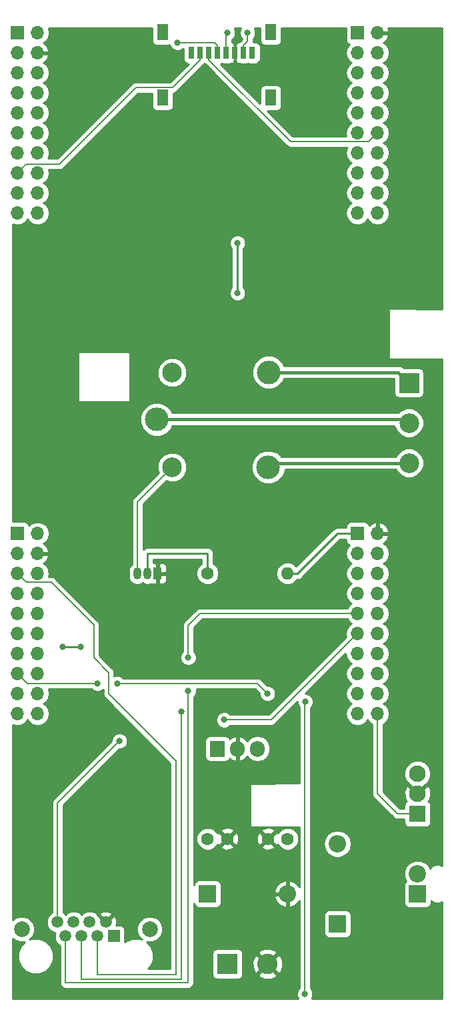
<source format=gbr>
G04 #@! TF.GenerationSoftware,KiCad,Pcbnew,5.0.1*
G04 #@! TF.CreationDate,2018-12-02T07:32:58+00:00*
G04 #@! TF.ProjectId,acnode-doorbot,61636E6F64652D646F6F72626F742E6B,rev?*
G04 #@! TF.SameCoordinates,Original*
G04 #@! TF.FileFunction,Copper,L1,Top,Signal*
G04 #@! TF.FilePolarity,Positive*
%FSLAX46Y46*%
G04 Gerber Fmt 4.6, Leading zero omitted, Abs format (unit mm)*
G04 Created by KiCad (PCBNEW 5.0.1) date Sun Dec  2 07:32:58 2018*
%MOMM*%
%LPD*%
G01*
G04 APERTURE LIST*
G04 #@! TA.AperFunction,ComponentPad*
%ADD10C,1.600000*%
G04 #@! TD*
G04 #@! TA.AperFunction,ComponentPad*
%ADD11R,2.200000X2.200000*%
G04 #@! TD*
G04 #@! TA.AperFunction,ComponentPad*
%ADD12O,2.200000X2.200000*%
G04 #@! TD*
G04 #@! TA.AperFunction,ComponentPad*
%ADD13R,1.700000X1.700000*%
G04 #@! TD*
G04 #@! TA.AperFunction,ComponentPad*
%ADD14O,1.700000X1.700000*%
G04 #@! TD*
G04 #@! TA.AperFunction,ComponentPad*
%ADD15R,2.600000X2.600000*%
G04 #@! TD*
G04 #@! TA.AperFunction,ComponentPad*
%ADD16C,2.600000*%
G04 #@! TD*
G04 #@! TA.AperFunction,ComponentPad*
%ADD17C,2.200000*%
G04 #@! TD*
G04 #@! TA.AperFunction,ComponentPad*
%ADD18R,2.500000X2.500000*%
G04 #@! TD*
G04 #@! TA.AperFunction,ComponentPad*
%ADD19C,2.500000*%
G04 #@! TD*
G04 #@! TA.AperFunction,ComponentPad*
%ADD20R,1.500000X1.500000*%
G04 #@! TD*
G04 #@! TA.AperFunction,ComponentPad*
%ADD21C,1.500000*%
G04 #@! TD*
G04 #@! TA.AperFunction,ComponentPad*
%ADD22C,2.000000*%
G04 #@! TD*
G04 #@! TA.AperFunction,SMDPad,CuDef*
%ADD23R,1.450000X2.000000*%
G04 #@! TD*
G04 #@! TA.AperFunction,SMDPad,CuDef*
%ADD24R,0.800000X1.500000*%
G04 #@! TD*
G04 #@! TA.AperFunction,ComponentPad*
%ADD25R,2.100000X2.100000*%
G04 #@! TD*
G04 #@! TA.AperFunction,ComponentPad*
%ADD26C,2.100000*%
G04 #@! TD*
G04 #@! TA.AperFunction,ComponentPad*
%ADD27C,3.000000*%
G04 #@! TD*
G04 #@! TA.AperFunction,ComponentPad*
%ADD28O,1.050000X1.500000*%
G04 #@! TD*
G04 #@! TA.AperFunction,ComponentPad*
%ADD29R,1.050000X1.500000*%
G04 #@! TD*
G04 #@! TA.AperFunction,ComponentPad*
%ADD30O,1.600000X1.600000*%
G04 #@! TD*
G04 #@! TA.AperFunction,ComponentPad*
%ADD31R,1.905000X2.000000*%
G04 #@! TD*
G04 #@! TA.AperFunction,ComponentPad*
%ADD32O,1.905000X2.000000*%
G04 #@! TD*
G04 #@! TA.AperFunction,ViaPad*
%ADD33C,0.800000*%
G04 #@! TD*
G04 #@! TA.AperFunction,Conductor*
%ADD34C,0.250000*%
G04 #@! TD*
G04 #@! TA.AperFunction,Conductor*
%ADD35C,0.152400*%
G04 #@! TD*
G04 #@! TA.AperFunction,Conductor*
%ADD36C,0.406400*%
G04 #@! TD*
G04 #@! TA.AperFunction,Conductor*
%ADD37C,0.254000*%
G04 #@! TD*
G04 APERTURE END LIST*
D10*
G04 #@! TO.P,C1,1*
G04 #@! TO.N,12V*
X76200000Y-144145000D03*
G04 #@! TO.P,C1,2*
G04 #@! TO.N,GND*
X78700000Y-144145000D03*
G04 #@! TD*
G04 #@! TO.P,C2,2*
G04 #@! TO.N,GND*
X83860000Y-144145000D03*
G04 #@! TO.P,C2,1*
G04 #@! TO.N,5V*
X86360000Y-144145000D03*
G04 #@! TD*
D11*
G04 #@! TO.P,D1,1*
G04 #@! TO.N,5V*
X92710000Y-154940000D03*
D12*
G04 #@! TO.P,D1,2*
G04 #@! TO.N,Net-(D1-Pad2)*
X92710000Y-144780000D03*
G04 #@! TD*
G04 #@! TO.P,D2,2*
G04 #@! TO.N,GND*
X86360000Y-151130000D03*
D11*
G04 #@! TO.P,D2,1*
G04 #@! TO.N,12V*
X76200000Y-151130000D03*
G04 #@! TD*
D13*
G04 #@! TO.P,J1,1*
G04 #@! TO.N,3.3V*
X52070000Y-41910000D03*
D14*
G04 #@! TO.P,J1,2*
G04 #@! TO.N,5V*
X54610000Y-41910000D03*
G04 #@! TO.P,J1,3*
G04 #@! TO.N,PE_4*
X52070000Y-44450000D03*
G04 #@! TO.P,J1,4*
G04 #@! TO.N,GND*
X54610000Y-44450000D03*
G04 #@! TO.P,J1,5*
G04 #@! TO.N,PC_4*
X52070000Y-46990000D03*
G04 #@! TO.P,J1,6*
G04 #@! TO.N,PE_0*
X54610000Y-46990000D03*
G04 #@! TO.P,J1,7*
G04 #@! TO.N,PC_5*
X52070000Y-49530000D03*
G04 #@! TO.P,J1,8*
G04 #@! TO.N,PE_1*
X54610000Y-49530000D03*
G04 #@! TO.P,J1,9*
G04 #@! TO.N,PC_6*
X52070000Y-52070000D03*
G04 #@! TO.P,J1,10*
G04 #@! TO.N,PE_2*
X54610000Y-52070000D03*
G04 #@! TO.P,J1,11*
G04 #@! TO.N,PE_5*
X52070000Y-54610000D03*
G04 #@! TO.P,J1,12*
G04 #@! TO.N,PE_3*
X54610000Y-54610000D03*
G04 #@! TO.P,J1,13*
G04 #@! TO.N,PD_3*
X52070000Y-57150000D03*
G04 #@! TO.P,J1,14*
G04 #@! TO.N,PD_7*
X54610000Y-57150000D03*
G04 #@! TO.P,J1,15*
G04 #@! TO.N,PC_7*
X52070000Y-59690000D03*
G04 #@! TO.P,J1,16*
G04 #@! TO.N,PA_6*
X54610000Y-59690000D03*
G04 #@! TO.P,J1,17*
G04 #@! TO.N,PB_2*
X52070000Y-62230000D03*
G04 #@! TO.P,J1,18*
G04 #@! TO.N,PM_4*
X54610000Y-62230000D03*
G04 #@! TO.P,J1,19*
G04 #@! TO.N,PB_3*
X52070000Y-64770000D03*
G04 #@! TO.P,J1,20*
G04 #@! TO.N,PM_5*
X54610000Y-64770000D03*
G04 #@! TD*
G04 #@! TO.P,J2,20*
G04 #@! TO.N,PA_5*
X54610000Y-128270000D03*
G04 #@! TO.P,J2,19*
G04 #@! TO.N,PN_4*
X52070000Y-128270000D03*
G04 #@! TO.P,J2,18*
G04 #@! TO.N,PA_4*
X54610000Y-125730000D03*
G04 #@! TO.P,J2,17*
G04 #@! TO.N,PN_5*
X52070000Y-125730000D03*
G04 #@! TO.P,J2,16*
G04 #@! TO.N,PK_3*
X54610000Y-123190000D03*
G04 #@! TO.P,J2,15*
G04 #@! TO.N,PP_4*
X52070000Y-123190000D03*
G04 #@! TO.P,J2,14*
G04 #@! TO.N,PK_2*
X54610000Y-120650000D03*
G04 #@! TO.P,J2,13*
G04 #@! TO.N,PQ_0*
X52070000Y-120650000D03*
G04 #@! TO.P,J2,12*
G04 #@! TO.N,PK_1*
X54610000Y-118110000D03*
G04 #@! TO.P,J2,11*
G04 #@! TO.N,PD_5*
X52070000Y-118110000D03*
G04 #@! TO.P,J2,10*
G04 #@! TO.N,PK_0*
X54610000Y-115570000D03*
G04 #@! TO.P,J2,9*
G04 #@! TO.N,PD_4*
X52070000Y-115570000D03*
G04 #@! TO.P,J2,8*
G04 #@! TO.N,PB_5*
X54610000Y-113030000D03*
G04 #@! TO.P,J2,7*
G04 #@! TO.N,PP_1*
X52070000Y-113030000D03*
G04 #@! TO.P,J2,6*
G04 #@! TO.N,PB_4*
X54610000Y-110490000D03*
G04 #@! TO.P,J2,5*
G04 #@! TO.N,PP_0*
X52070000Y-110490000D03*
G04 #@! TO.P,J2,4*
G04 #@! TO.N,GND*
X54610000Y-107950000D03*
G04 #@! TO.P,J2,3*
G04 #@! TO.N,PD_2*
X52070000Y-107950000D03*
G04 #@! TO.P,J2,2*
G04 #@! TO.N,5V*
X54610000Y-105410000D03*
D13*
G04 #@! TO.P,J2,1*
G04 #@! TO.N,3.3V*
X52070000Y-105410000D03*
G04 #@! TD*
D15*
G04 #@! TO.P,J3,1*
G04 #@! TO.N,12V*
X78740000Y-160020000D03*
D16*
G04 #@! TO.P,J3,2*
G04 #@! TO.N,GND*
X83820000Y-160020000D03*
G04 #@! TD*
D13*
G04 #@! TO.P,J4,1*
G04 #@! TO.N,PF_1*
X95250000Y-41910000D03*
D14*
G04 #@! TO.P,J4,2*
G04 #@! TO.N,GND*
X97790000Y-41910000D03*
G04 #@! TO.P,J4,3*
G04 #@! TO.N,PF_2*
X95250000Y-44450000D03*
G04 #@! TO.P,J4,4*
G04 #@! TO.N,PM_3*
X97790000Y-44450000D03*
G04 #@! TO.P,J4,5*
G04 #@! TO.N,PF_3*
X95250000Y-46990000D03*
G04 #@! TO.P,J4,6*
G04 #@! TO.N,PH_2*
X97790000Y-46990000D03*
G04 #@! TO.P,J4,7*
G04 #@! TO.N,PG_0*
X95250000Y-49530000D03*
G04 #@! TO.P,J4,8*
G04 #@! TO.N,PH_3*
X97790000Y-49530000D03*
G04 #@! TO.P,J4,9*
G04 #@! TO.N,PL_4*
X95250000Y-52070000D03*
G04 #@! TO.P,J4,10*
G04 #@! TO.N,RST*
X97790000Y-52070000D03*
G04 #@! TO.P,J4,11*
G04 #@! TO.N,PL_5*
X95250000Y-54610000D03*
G04 #@! TO.P,J4,12*
G04 #@! TO.N,PD_1*
X97790000Y-54610000D03*
G04 #@! TO.P,J4,13*
G04 #@! TO.N,PL_0*
X95250000Y-57150000D03*
G04 #@! TO.P,J4,14*
G04 #@! TO.N,PD_0*
X97790000Y-57150000D03*
G04 #@! TO.P,J4,15*
G04 #@! TO.N,PL_1*
X95250000Y-59690000D03*
G04 #@! TO.P,J4,16*
G04 #@! TO.N,PN_2*
X97790000Y-59690000D03*
G04 #@! TO.P,J4,17*
G04 #@! TO.N,PL_2*
X95250000Y-62230000D03*
G04 #@! TO.P,J4,18*
G04 #@! TO.N,PN_3*
X97790000Y-62230000D03*
G04 #@! TO.P,J4,19*
G04 #@! TO.N,PL_3*
X95250000Y-64770000D03*
G04 #@! TO.P,J4,20*
G04 #@! TO.N,PP_2*
X97790000Y-64770000D03*
G04 #@! TD*
G04 #@! TO.P,J5,20*
G04 #@! TO.N,PM_6*
X97790000Y-128270000D03*
G04 #@! TO.P,J5,19*
G04 #@! TO.N,PK_7*
X95250000Y-128270000D03*
G04 #@! TO.P,J5,18*
G04 #@! TO.N,PQ_1*
X97790000Y-125730000D03*
G04 #@! TO.P,J5,17*
G04 #@! TO.N,PK_6*
X95250000Y-125730000D03*
G04 #@! TO.P,J5,16*
G04 #@! TO.N,PP_3*
X97790000Y-123190000D03*
G04 #@! TO.P,J5,15*
G04 #@! TO.N,PH_1*
X95250000Y-123190000D03*
G04 #@! TO.P,J5,14*
G04 #@! TO.N,PQ_3*
X97790000Y-120650000D03*
G04 #@! TO.P,J5,13*
G04 #@! TO.N,PH_0*
X95250000Y-120650000D03*
G04 #@! TO.P,J5,12*
G04 #@! TO.N,PQ_2*
X97790000Y-118110000D03*
G04 #@! TO.P,J5,11*
G04 #@! TO.N,PM_2*
X95250000Y-118110000D03*
G04 #@! TO.P,J5,10*
G04 #@! TO.N,RST*
X97790000Y-115570000D03*
G04 #@! TO.P,J5,9*
G04 #@! TO.N,PM_1*
X95250000Y-115570000D03*
G04 #@! TO.P,J5,8*
G04 #@! TO.N,PA_7*
X97790000Y-113030000D03*
G04 #@! TO.P,J5,7*
G04 #@! TO.N,PM_0*
X95250000Y-113030000D03*
G04 #@! TO.P,J5,6*
G04 #@! TO.N,PP_5*
X97790000Y-110490000D03*
G04 #@! TO.P,J5,5*
G04 #@! TO.N,PK_5*
X95250000Y-110490000D03*
G04 #@! TO.P,J5,4*
G04 #@! TO.N,PM_7*
X97790000Y-107950000D03*
G04 #@! TO.P,J5,3*
G04 #@! TO.N,PK_4*
X95250000Y-107950000D03*
G04 #@! TO.P,J5,2*
G04 #@! TO.N,GND*
X97790000Y-105410000D03*
D13*
G04 #@! TO.P,J5,1*
G04 #@! TO.N,PG_1*
X95250000Y-105410000D03*
G04 #@! TD*
D11*
G04 #@! TO.P,J6,1*
G04 #@! TO.N,5V*
X102870000Y-151130000D03*
D17*
G04 #@! TO.P,J6,2*
G04 #@! TO.N,Net-(D1-Pad2)*
X102870000Y-148590000D03*
G04 #@! TD*
D18*
G04 #@! TO.P,J7,1*
G04 #@! TO.N,Net-(J7-Pad1)*
X101790000Y-86320000D03*
D19*
G04 #@! TO.P,J7,2*
G04 #@! TO.N,Net-(J7-Pad2)*
X101790000Y-91400000D03*
G04 #@! TO.P,J7,3*
G04 #@! TO.N,Net-(J7-Pad3)*
X101790000Y-96480000D03*
G04 #@! TD*
D20*
G04 #@! TO.P,J8,1*
G04 #@! TO.N,5V*
X64290000Y-156490000D03*
D21*
G04 #@! TO.P,J8,3*
G04 #@! TO.N,PP_0*
X62250000Y-156490000D03*
G04 #@! TO.P,J8,5*
G04 #@! TO.N,PF_1*
X60210000Y-156490000D03*
G04 #@! TO.P,J8,7*
G04 #@! TO.N,PM_1*
X58170000Y-156490000D03*
G04 #@! TO.P,J8,2*
G04 #@! TO.N,GND*
X63270000Y-154710000D03*
G04 #@! TO.P,J8,4*
G04 #@! TO.N,PM_0*
X61230000Y-154710000D03*
G04 #@! TO.P,J8,6*
G04 #@! TO.N,PP_1*
X59190000Y-154710000D03*
G04 #@! TO.P,J8,8*
G04 #@! TO.N,PM_2*
X57150000Y-154710000D03*
D22*
G04 #@! TO.P,J8,SH*
G04 #@! TO.N,N/C*
X52600000Y-155600000D03*
X68860000Y-155600000D03*
G04 #@! TD*
D23*
G04 #@! TO.P,J9,9*
G04 #@! TO.N,Net-(J9-Pad9)*
X84245000Y-41850000D03*
X70495000Y-41850000D03*
X70495000Y-50150000D03*
X84245000Y-50150000D03*
D24*
G04 #@! TO.P,J9,8*
G04 #@! TO.N,Net-(J9-Pad8)*
X81870000Y-44450000D03*
G04 #@! TO.P,J9,7*
G04 #@! TO.N,PD_0*
X80770000Y-44450000D03*
G04 #@! TO.P,J9,6*
G04 #@! TO.N,GND*
X79670000Y-44450000D03*
G04 #@! TO.P,J9,5*
G04 #@! TO.N,PD_3*
X78570000Y-44450000D03*
G04 #@! TO.P,J9,4*
G04 #@! TO.N,3.3V*
X77470000Y-44450000D03*
G04 #@! TO.P,J9,3*
G04 #@! TO.N,PD_1*
X76370000Y-44450000D03*
G04 #@! TO.P,J9,2*
G04 #@! TO.N,PC_7*
X75270000Y-44450000D03*
G04 #@! TO.P,J9,1*
G04 #@! TO.N,Net-(J9-Pad1)*
X74170000Y-44450000D03*
G04 #@! TD*
D25*
G04 #@! TO.P,J10,1*
G04 #@! TO.N,PM_6*
X102870000Y-140970000D03*
D26*
G04 #@! TO.P,J10,2*
G04 #@! TO.N,GND*
X102870000Y-138430000D03*
G04 #@! TO.P,J10,3*
G04 #@! TO.N,PP_4*
X102870000Y-135890000D03*
G04 #@! TD*
D19*
G04 #@! TO.P,K1,2*
G04 #@! TO.N,Net-(D1-Pad2)*
X71710000Y-97010000D03*
D27*
G04 #@! TO.P,K1,3*
G04 #@! TO.N,Net-(J7-Pad3)*
X83910000Y-97010000D03*
G04 #@! TO.P,K1,4*
G04 #@! TO.N,Net-(J7-Pad1)*
X83960000Y-84960000D03*
D19*
G04 #@! TO.P,K1,5*
G04 #@! TO.N,5V*
X71710000Y-85010000D03*
D27*
G04 #@! TO.P,K1,1*
G04 #@! TO.N,Net-(J7-Pad2)*
X69760000Y-90960000D03*
G04 #@! TD*
D28*
G04 #@! TO.P,Q1,2*
G04 #@! TO.N,Net-(Q1-Pad2)*
X68580000Y-110490000D03*
G04 #@! TO.P,Q1,3*
G04 #@! TO.N,Net-(D1-Pad2)*
X67310000Y-110490000D03*
D29*
G04 #@! TO.P,Q1,1*
G04 #@! TO.N,GND*
X69850000Y-110490000D03*
G04 #@! TD*
D10*
G04 #@! TO.P,R1,1*
G04 #@! TO.N,Net-(Q1-Pad2)*
X76200000Y-110490000D03*
D30*
G04 #@! TO.P,R1,2*
G04 #@! TO.N,PG_1*
X86360000Y-110490000D03*
G04 #@! TD*
D31*
G04 #@! TO.P,U1,1*
G04 #@! TO.N,12V*
X77470000Y-132715000D03*
D32*
G04 #@! TO.P,U1,2*
G04 #@! TO.N,GND*
X80010000Y-132715000D03*
G04 #@! TO.P,U1,3*
G04 #@! TO.N,5V*
X82550000Y-132715000D03*
G04 #@! TD*
D33*
G04 #@! TO.N,GND*
X58420000Y-163830000D03*
X72390000Y-163830000D03*
X68580000Y-120650000D03*
X63500000Y-120650000D03*
X91440000Y-54610000D03*
X91440000Y-57150000D03*
G04 #@! TO.N,5V*
X80010000Y-68580000D03*
X80010000Y-74930000D03*
X60071000Y-119761000D03*
X57785000Y-119761000D03*
G04 #@! TO.N,3.3V*
X72390000Y-43180000D03*
G04 #@! TO.N,PD_3*
X78740000Y-41910000D03*
G04 #@! TO.N,PP_4*
X83820000Y-125730000D03*
X64770000Y-124460000D03*
X62230000Y-124460000D03*
G04 #@! TO.N,PF_1*
X72860000Y-127980000D03*
G04 #@! TO.N,PD_0*
X81280000Y-41910000D03*
G04 #@! TO.N,PM_2*
X65020000Y-131740000D03*
X78310000Y-129060000D03*
G04 #@! TO.N,PM_1*
X73750000Y-125380000D03*
X73750000Y-121150000D03*
G04 #@! TO.N,PM_0*
X88560000Y-163850000D03*
X88620000Y-126770000D03*
G04 #@! TD*
D34*
G04 #@! TO.N,5V*
X80010000Y-68580000D02*
X80010000Y-74930000D01*
X60071000Y-119761000D02*
X57785000Y-119761000D01*
D35*
G04 #@! TO.N,Net-(D1-Pad2)*
X67310000Y-101410000D02*
X71710000Y-97010000D01*
X67310000Y-110490000D02*
X67310000Y-101410000D01*
G04 #@! TO.N,3.3V*
X77102400Y-43180000D02*
X72390000Y-43180000D01*
X77470000Y-44450000D02*
X77470000Y-43547600D01*
X77470000Y-43547600D02*
X77102400Y-43180000D01*
G04 #@! TO.N,PD_3*
X78570000Y-44450000D02*
X78570000Y-42080000D01*
X78570000Y-42080000D02*
X78740000Y-41910000D01*
G04 #@! TO.N,PC_7*
X52919999Y-58840001D02*
X52070000Y-59690000D01*
X53196201Y-58563799D02*
X52919999Y-58840001D01*
X57402979Y-58563799D02*
X53196201Y-58563799D01*
X67092979Y-48873799D02*
X57402979Y-58563799D01*
X71748601Y-48873799D02*
X67092979Y-48873799D01*
X75270000Y-45352400D02*
X71748601Y-48873799D01*
X75270000Y-44450000D02*
X75270000Y-45352400D01*
G04 #@! TO.N,PP_4*
X83820000Y-125730000D02*
X82550000Y-124460000D01*
X82550000Y-124460000D02*
X64770000Y-124460000D01*
X53340000Y-124460000D02*
X52070000Y-123190000D01*
X62230000Y-124460000D02*
X53340000Y-124460000D01*
G04 #@! TO.N,PP_0*
X62250000Y-156490000D02*
X62250000Y-161020000D01*
X62250000Y-161020000D02*
X62260000Y-161030000D01*
X72190000Y-134280000D02*
X63640000Y-125730000D01*
X63640000Y-125730000D02*
X63640000Y-123060000D01*
X63640000Y-123060000D02*
X61750000Y-121170000D01*
X61750000Y-121170000D02*
X61750000Y-117040000D01*
X53196201Y-111616201D02*
X52919999Y-111339999D01*
X56326201Y-111616201D02*
X53196201Y-111616201D01*
X52919999Y-111339999D02*
X52070000Y-110490000D01*
X61750000Y-117040000D02*
X56326201Y-111616201D01*
X62250000Y-161020000D02*
X62250000Y-161350000D01*
X62250000Y-161350000D02*
X72170000Y-161350000D01*
X72170000Y-161170000D02*
X72190000Y-161150000D01*
X72170000Y-161350000D02*
X72170000Y-161170000D01*
X72190000Y-161240000D02*
X72190000Y-161150000D01*
X72190000Y-161150000D02*
X72190000Y-134280000D01*
G04 #@! TO.N,PF_1*
X60210000Y-156490000D02*
X60210000Y-161630000D01*
X60210000Y-161630000D02*
X60180000Y-161660000D01*
X60200000Y-161960000D02*
X72890000Y-161960000D01*
X72870000Y-161660000D02*
X72880000Y-161650000D01*
X72880000Y-161650000D02*
X72880000Y-128000000D01*
X72880000Y-128000000D02*
X72860000Y-127980000D01*
X72880000Y-161950000D02*
X72890000Y-161960000D01*
X72880000Y-161650000D02*
X72880000Y-161950000D01*
X60210000Y-161950000D02*
X60200000Y-161960000D01*
X60210000Y-161630000D02*
X60210000Y-161950000D01*
G04 #@! TO.N,PD_1*
X96940001Y-55459999D02*
X97790000Y-54610000D01*
X96663799Y-55736201D02*
X96940001Y-55459999D01*
X86753801Y-55736201D02*
X96663799Y-55736201D01*
X76370000Y-45352400D02*
X86753801Y-55736201D01*
X76370000Y-44450000D02*
X76370000Y-45352400D01*
G04 #@! TO.N,PD_0*
X81280000Y-43037600D02*
X81280000Y-41910000D01*
X80770000Y-44450000D02*
X80770000Y-43547600D01*
X80770000Y-43547600D02*
X81280000Y-43037600D01*
G04 #@! TO.N,PM_6*
X97790000Y-128270000D02*
X97790000Y-138430000D01*
X100330000Y-140970000D02*
X102870000Y-140970000D01*
X97790000Y-138430000D02*
X100330000Y-140970000D01*
G04 #@! TO.N,PM_2*
X57150000Y-154710000D02*
X57150000Y-139610000D01*
X57150000Y-139610000D02*
X65020000Y-131740000D01*
X84300000Y-129060000D02*
X95250000Y-118110000D01*
X78310000Y-129060000D02*
X84300000Y-129060000D01*
G04 #@! TO.N,PM_1*
X58170000Y-156490000D02*
X58170000Y-162420000D01*
X58170000Y-162420000D02*
X73750000Y-162420000D01*
X73750000Y-162420000D02*
X73750000Y-128860000D01*
X73750000Y-128860000D02*
X73750000Y-125380000D01*
X73750000Y-121150000D02*
X73750000Y-117080000D01*
X75260000Y-115570000D02*
X95250000Y-115570000D01*
X73750000Y-117080000D02*
X75260000Y-115570000D01*
G04 #@! TO.N,PM_0*
X88560000Y-163850000D02*
X88560000Y-126830000D01*
X88560000Y-126830000D02*
X88620000Y-126770000D01*
D34*
G04 #@! TO.N,PG_1*
X86360000Y-110490000D02*
X87630000Y-110490000D01*
X92710000Y-105410000D02*
X95250000Y-105410000D01*
X87630000Y-110490000D02*
X92710000Y-105410000D01*
D36*
G04 #@! TO.N,Net-(J7-Pad1)*
X100430000Y-84960000D02*
X101790000Y-86320000D01*
X83960000Y-84960000D02*
X100430000Y-84960000D01*
G04 #@! TO.N,Net-(J7-Pad2)*
X101350000Y-90960000D02*
X101790000Y-91400000D01*
X69760000Y-90960000D02*
X101350000Y-90960000D01*
G04 #@! TO.N,Net-(J7-Pad3)*
X84440000Y-96480000D02*
X83910000Y-97010000D01*
X101790000Y-96480000D02*
X84440000Y-96480000D01*
D34*
G04 #@! TO.N,Net-(Q1-Pad2)*
X68580000Y-110490000D02*
X68580000Y-107950000D01*
X68580000Y-107950000D02*
X76200000Y-107950000D01*
X76200000Y-107950000D02*
X76200000Y-110490000D01*
G04 #@! TD*
D37*
G04 #@! TO.N,GND*
G36*
X105995000Y-76922976D02*
X99370575Y-76893001D01*
X99321931Y-76902449D01*
X99280605Y-76929792D01*
X99252888Y-76970869D01*
X99243000Y-77020000D01*
X99243000Y-83190000D01*
X99252667Y-83238601D01*
X99280197Y-83279803D01*
X99321399Y-83307333D01*
X99370577Y-83316999D01*
X105970577Y-83286999D01*
X105995000Y-83282025D01*
X105995001Y-147549680D01*
X105645711Y-147405000D01*
X105174289Y-147405000D01*
X104738751Y-147585405D01*
X104451017Y-147873139D01*
X104340862Y-147607201D01*
X103852799Y-147119138D01*
X103215113Y-146855000D01*
X102524887Y-146855000D01*
X101887201Y-147119138D01*
X101399138Y-147607201D01*
X101135000Y-148244887D01*
X101135000Y-148935113D01*
X101380093Y-149526820D01*
X101312191Y-149572191D01*
X101171843Y-149782235D01*
X101122560Y-150030000D01*
X101122560Y-152230000D01*
X101171843Y-152477765D01*
X101312191Y-152687809D01*
X101522235Y-152828157D01*
X101770000Y-152877440D01*
X103970000Y-152877440D01*
X104217765Y-152828157D01*
X104427809Y-152687809D01*
X104568157Y-152477765D01*
X104617440Y-152230000D01*
X104617440Y-152013284D01*
X104738751Y-152134595D01*
X105174289Y-152315000D01*
X105645711Y-152315000D01*
X105995001Y-152170320D01*
X105995001Y-164415000D01*
X89446245Y-164415000D01*
X89595000Y-164055874D01*
X89595000Y-163644126D01*
X89437431Y-163263720D01*
X89271200Y-163097489D01*
X89271200Y-153840000D01*
X90962560Y-153840000D01*
X90962560Y-156040000D01*
X91011843Y-156287765D01*
X91152191Y-156497809D01*
X91362235Y-156638157D01*
X91610000Y-156687440D01*
X93810000Y-156687440D01*
X94057765Y-156638157D01*
X94267809Y-156497809D01*
X94408157Y-156287765D01*
X94457440Y-156040000D01*
X94457440Y-153840000D01*
X94408157Y-153592235D01*
X94267809Y-153382191D01*
X94057765Y-153241843D01*
X93810000Y-153192560D01*
X91610000Y-153192560D01*
X91362235Y-153241843D01*
X91152191Y-153382191D01*
X91011843Y-153592235D01*
X90962560Y-153840000D01*
X89271200Y-153840000D01*
X89271200Y-144780000D01*
X90941010Y-144780000D01*
X91075666Y-145456963D01*
X91459135Y-146030865D01*
X92033037Y-146414334D01*
X92539120Y-146515000D01*
X92880880Y-146515000D01*
X93386963Y-146414334D01*
X93960865Y-146030865D01*
X94344334Y-145456963D01*
X94478990Y-144780000D01*
X94344334Y-144103037D01*
X93960865Y-143529135D01*
X93386963Y-143145666D01*
X92880880Y-143045000D01*
X92539120Y-143045000D01*
X92033037Y-143145666D01*
X91459135Y-143529135D01*
X91075666Y-144103037D01*
X90941010Y-144780000D01*
X89271200Y-144780000D01*
X89271200Y-127582511D01*
X89497431Y-127356280D01*
X89655000Y-126975874D01*
X89655000Y-126564126D01*
X89497431Y-126183720D01*
X89206280Y-125892569D01*
X88825874Y-125735000D01*
X88630788Y-125735000D01*
X93740904Y-120624884D01*
X93735908Y-120650000D01*
X93851161Y-121229418D01*
X94179375Y-121720625D01*
X94477761Y-121920000D01*
X94179375Y-122119375D01*
X93851161Y-122610582D01*
X93735908Y-123190000D01*
X93851161Y-123769418D01*
X94179375Y-124260625D01*
X94477761Y-124460000D01*
X94179375Y-124659375D01*
X93851161Y-125150582D01*
X93735908Y-125730000D01*
X93851161Y-126309418D01*
X94179375Y-126800625D01*
X94477761Y-127000000D01*
X94179375Y-127199375D01*
X93851161Y-127690582D01*
X93735908Y-128270000D01*
X93851161Y-128849418D01*
X94179375Y-129340625D01*
X94670582Y-129668839D01*
X95103744Y-129755000D01*
X95396256Y-129755000D01*
X95829418Y-129668839D01*
X96320625Y-129340625D01*
X96520000Y-129042239D01*
X96719375Y-129340625D01*
X97078800Y-129580785D01*
X97078801Y-138359954D01*
X97064868Y-138430000D01*
X97120065Y-138707496D01*
X97237576Y-138883364D01*
X97237579Y-138883367D01*
X97277255Y-138942746D01*
X97336634Y-138982422D01*
X99777578Y-141423367D01*
X99817254Y-141482746D01*
X99876633Y-141522422D01*
X99876635Y-141522424D01*
X100052502Y-141639935D01*
X100052503Y-141639935D01*
X100052504Y-141639936D01*
X100259954Y-141681200D01*
X100259957Y-141681200D01*
X100329999Y-141695132D01*
X100400041Y-141681200D01*
X101172560Y-141681200D01*
X101172560Y-142020000D01*
X101221843Y-142267765D01*
X101362191Y-142477809D01*
X101572235Y-142618157D01*
X101820000Y-142667440D01*
X103920000Y-142667440D01*
X104167765Y-142618157D01*
X104377809Y-142477809D01*
X104518157Y-142267765D01*
X104567440Y-142020000D01*
X104567440Y-139920000D01*
X104518157Y-139672235D01*
X104377809Y-139462191D01*
X104239200Y-139369574D01*
X104330745Y-139334313D01*
X104565619Y-138706474D01*
X104542349Y-138036544D01*
X104330745Y-137525687D01*
X104058703Y-137420902D01*
X103049605Y-138430000D01*
X103063748Y-138444143D01*
X102884143Y-138623748D01*
X102870000Y-138609605D01*
X102855858Y-138623748D01*
X102676253Y-138444143D01*
X102690395Y-138430000D01*
X101681297Y-137420902D01*
X101409255Y-137525687D01*
X101174381Y-138153526D01*
X101197651Y-138823456D01*
X101409255Y-139334313D01*
X101500800Y-139369574D01*
X101362191Y-139462191D01*
X101221843Y-139672235D01*
X101172560Y-139920000D01*
X101172560Y-140258800D01*
X100624589Y-140258800D01*
X98501200Y-138135412D01*
X98501200Y-135554833D01*
X101185000Y-135554833D01*
X101185000Y-136225167D01*
X101441526Y-136844476D01*
X101915524Y-137318474D01*
X101954028Y-137334423D01*
X102870000Y-138250395D01*
X103785972Y-137334423D01*
X103824476Y-137318474D01*
X104298474Y-136844476D01*
X104555000Y-136225167D01*
X104555000Y-135554833D01*
X104298474Y-134935524D01*
X103824476Y-134461526D01*
X103205167Y-134205000D01*
X102534833Y-134205000D01*
X101915524Y-134461526D01*
X101441526Y-134935524D01*
X101185000Y-135554833D01*
X98501200Y-135554833D01*
X98501200Y-129580785D01*
X98860625Y-129340625D01*
X99188839Y-128849418D01*
X99304092Y-128270000D01*
X99188839Y-127690582D01*
X98860625Y-127199375D01*
X98562239Y-127000000D01*
X98860625Y-126800625D01*
X99188839Y-126309418D01*
X99304092Y-125730000D01*
X99188839Y-125150582D01*
X98860625Y-124659375D01*
X98562239Y-124460000D01*
X98860625Y-124260625D01*
X99188839Y-123769418D01*
X99304092Y-123190000D01*
X99188839Y-122610582D01*
X98860625Y-122119375D01*
X98562239Y-121920000D01*
X98860625Y-121720625D01*
X99188839Y-121229418D01*
X99304092Y-120650000D01*
X99188839Y-120070582D01*
X98860625Y-119579375D01*
X98562239Y-119380000D01*
X98860625Y-119180625D01*
X99188839Y-118689418D01*
X99304092Y-118110000D01*
X99188839Y-117530582D01*
X98860625Y-117039375D01*
X98562239Y-116840000D01*
X98860625Y-116640625D01*
X99188839Y-116149418D01*
X99304092Y-115570000D01*
X99188839Y-114990582D01*
X98860625Y-114499375D01*
X98562239Y-114300000D01*
X98860625Y-114100625D01*
X99188839Y-113609418D01*
X99304092Y-113030000D01*
X99188839Y-112450582D01*
X98860625Y-111959375D01*
X98562239Y-111760000D01*
X98860625Y-111560625D01*
X99188839Y-111069418D01*
X99304092Y-110490000D01*
X99188839Y-109910582D01*
X98860625Y-109419375D01*
X98562239Y-109220000D01*
X98860625Y-109020625D01*
X99188839Y-108529418D01*
X99304092Y-107950000D01*
X99188839Y-107370582D01*
X98860625Y-106879375D01*
X98541522Y-106666157D01*
X98671358Y-106605183D01*
X99061645Y-106176924D01*
X99231476Y-105766890D01*
X99110155Y-105537000D01*
X97917000Y-105537000D01*
X97917000Y-105557000D01*
X97663000Y-105557000D01*
X97663000Y-105537000D01*
X97643000Y-105537000D01*
X97643000Y-105283000D01*
X97663000Y-105283000D01*
X97663000Y-104089181D01*
X97917000Y-104089181D01*
X97917000Y-105283000D01*
X99110155Y-105283000D01*
X99231476Y-105053110D01*
X99061645Y-104643076D01*
X98671358Y-104214817D01*
X98146892Y-103968514D01*
X97917000Y-104089181D01*
X97663000Y-104089181D01*
X97433108Y-103968514D01*
X96908642Y-104214817D01*
X96719961Y-104421855D01*
X96698157Y-104312235D01*
X96557809Y-104102191D01*
X96347765Y-103961843D01*
X96100000Y-103912560D01*
X94400000Y-103912560D01*
X94152235Y-103961843D01*
X93942191Y-104102191D01*
X93801843Y-104312235D01*
X93752560Y-104560000D01*
X93752560Y-104650000D01*
X92784847Y-104650000D01*
X92710000Y-104635112D01*
X92635153Y-104650000D01*
X92635148Y-104650000D01*
X92413463Y-104694096D01*
X92162071Y-104862071D01*
X92119671Y-104925527D01*
X87472763Y-109572436D01*
X87394577Y-109455423D01*
X86919909Y-109138260D01*
X86501333Y-109055000D01*
X86218667Y-109055000D01*
X85800091Y-109138260D01*
X85325423Y-109455423D01*
X85008260Y-109930091D01*
X84896887Y-110490000D01*
X85008260Y-111049909D01*
X85325423Y-111524577D01*
X85800091Y-111841740D01*
X86218667Y-111925000D01*
X86501333Y-111925000D01*
X86919909Y-111841740D01*
X87394577Y-111524577D01*
X87575358Y-111254019D01*
X87630000Y-111264888D01*
X87704847Y-111250000D01*
X87704852Y-111250000D01*
X87926537Y-111205904D01*
X88177929Y-111037929D01*
X88220331Y-110974470D01*
X93024802Y-106170000D01*
X93752560Y-106170000D01*
X93752560Y-106260000D01*
X93801843Y-106507765D01*
X93942191Y-106717809D01*
X94152235Y-106858157D01*
X94197619Y-106867184D01*
X94179375Y-106879375D01*
X93851161Y-107370582D01*
X93735908Y-107950000D01*
X93851161Y-108529418D01*
X94179375Y-109020625D01*
X94477761Y-109220000D01*
X94179375Y-109419375D01*
X93851161Y-109910582D01*
X93735908Y-110490000D01*
X93851161Y-111069418D01*
X94179375Y-111560625D01*
X94477761Y-111760000D01*
X94179375Y-111959375D01*
X93851161Y-112450582D01*
X93735908Y-113030000D01*
X93851161Y-113609418D01*
X94179375Y-114100625D01*
X94477761Y-114300000D01*
X94179375Y-114499375D01*
X93939215Y-114858800D01*
X75330041Y-114858800D01*
X75259999Y-114844868D01*
X75189957Y-114858800D01*
X75189954Y-114858800D01*
X74982504Y-114900064D01*
X74982503Y-114900065D01*
X74982502Y-114900065D01*
X74806635Y-115017576D01*
X74806633Y-115017578D01*
X74747254Y-115057254D01*
X74707578Y-115116633D01*
X73296634Y-116527578D01*
X73237255Y-116567254D01*
X73197579Y-116626633D01*
X73197576Y-116626636D01*
X73080065Y-116802504D01*
X73024868Y-117080000D01*
X73038801Y-117150046D01*
X73038800Y-120397489D01*
X72872569Y-120563720D01*
X72715000Y-120944126D01*
X72715000Y-121355874D01*
X72872569Y-121736280D01*
X73163720Y-122027431D01*
X73544126Y-122185000D01*
X73955874Y-122185000D01*
X74336280Y-122027431D01*
X74627431Y-121736280D01*
X74785000Y-121355874D01*
X74785000Y-120944126D01*
X74627431Y-120563720D01*
X74461200Y-120397489D01*
X74461200Y-117374588D01*
X75554589Y-116281200D01*
X93939215Y-116281200D01*
X94179375Y-116640625D01*
X94477761Y-116840000D01*
X94179375Y-117039375D01*
X93851161Y-117530582D01*
X93735908Y-118110000D01*
X93820241Y-118533971D01*
X84005412Y-128348800D01*
X79062511Y-128348800D01*
X78896280Y-128182569D01*
X78515874Y-128025000D01*
X78104126Y-128025000D01*
X77723720Y-128182569D01*
X77432569Y-128473720D01*
X77275000Y-128854126D01*
X77275000Y-129265874D01*
X77432569Y-129646280D01*
X77723720Y-129937431D01*
X78104126Y-130095000D01*
X78515874Y-130095000D01*
X78896280Y-129937431D01*
X79062511Y-129771200D01*
X84229959Y-129771200D01*
X84300000Y-129785132D01*
X84370041Y-129771200D01*
X84370046Y-129771200D01*
X84577496Y-129729936D01*
X84812746Y-129572746D01*
X84852424Y-129513364D01*
X87585000Y-126780788D01*
X87585000Y-126975874D01*
X87742569Y-127356280D01*
X87848801Y-127462512D01*
X87848801Y-137094038D01*
X81689403Y-137123001D01*
X81640848Y-137132897D01*
X81599776Y-137160621D01*
X81572440Y-137201951D01*
X81563000Y-137250000D01*
X81563000Y-142540000D01*
X81572667Y-142588601D01*
X81600197Y-142629803D01*
X81641399Y-142657333D01*
X81690991Y-142666996D01*
X87848800Y-142618963D01*
X87848800Y-150250111D01*
X87834534Y-150215668D01*
X87372392Y-149720988D01*
X86756123Y-149440817D01*
X86487000Y-149558396D01*
X86487000Y-151003000D01*
X86507000Y-151003000D01*
X86507000Y-151257000D01*
X86487000Y-151257000D01*
X86487000Y-152701604D01*
X86756123Y-152819183D01*
X87372392Y-152539012D01*
X87834534Y-152044332D01*
X87848800Y-152009889D01*
X87848800Y-163097489D01*
X87682569Y-163263720D01*
X87525000Y-163644126D01*
X87525000Y-164055874D01*
X87673755Y-164415000D01*
X51485000Y-164415000D01*
X51485000Y-156797239D01*
X51673847Y-156986086D01*
X52274778Y-157235000D01*
X52925222Y-157235000D01*
X53016819Y-157197059D01*
X52464065Y-157749813D01*
X52120000Y-158580458D01*
X52120000Y-159479542D01*
X52464065Y-160310187D01*
X53099813Y-160945935D01*
X53930458Y-161290000D01*
X54829542Y-161290000D01*
X55660187Y-160945935D01*
X56295935Y-160310187D01*
X56640000Y-159479542D01*
X56640000Y-158580458D01*
X56295935Y-157749813D01*
X55660187Y-157114065D01*
X54829542Y-156770000D01*
X53930458Y-156770000D01*
X53609148Y-156903091D01*
X53986086Y-156526153D01*
X54235000Y-155925222D01*
X54235000Y-155274778D01*
X53986086Y-154673847D01*
X53526153Y-154213914D01*
X52925222Y-153965000D01*
X52274778Y-153965000D01*
X51673847Y-154213914D01*
X51485000Y-154402761D01*
X51485000Y-129665109D01*
X51490582Y-129668839D01*
X51923744Y-129755000D01*
X52216256Y-129755000D01*
X52649418Y-129668839D01*
X53140625Y-129340625D01*
X53340000Y-129042239D01*
X53539375Y-129340625D01*
X54030582Y-129668839D01*
X54463744Y-129755000D01*
X54756256Y-129755000D01*
X55189418Y-129668839D01*
X55680625Y-129340625D01*
X56008839Y-128849418D01*
X56124092Y-128270000D01*
X56008839Y-127690582D01*
X55680625Y-127199375D01*
X55382239Y-127000000D01*
X55680625Y-126800625D01*
X56008839Y-126309418D01*
X56124092Y-125730000D01*
X56012940Y-125171200D01*
X61477489Y-125171200D01*
X61643720Y-125337431D01*
X62024126Y-125495000D01*
X62435874Y-125495000D01*
X62816280Y-125337431D01*
X62928800Y-125224911D01*
X62928800Y-125659958D01*
X62914868Y-125730000D01*
X62928800Y-125800041D01*
X62928800Y-125800045D01*
X62970064Y-126007495D01*
X62970065Y-126007496D01*
X63087576Y-126183364D01*
X63087578Y-126183366D01*
X63127254Y-126242745D01*
X63186634Y-126282422D01*
X71478801Y-134574590D01*
X71478800Y-160638800D01*
X68667322Y-160638800D01*
X68995935Y-160310187D01*
X69340000Y-159479542D01*
X69340000Y-158580458D01*
X68995935Y-157749813D01*
X68443181Y-157197059D01*
X68534778Y-157235000D01*
X69185222Y-157235000D01*
X69786153Y-156986086D01*
X70246086Y-156526153D01*
X70495000Y-155925222D01*
X70495000Y-155274778D01*
X70246086Y-154673847D01*
X69786153Y-154213914D01*
X69185222Y-153965000D01*
X68534778Y-153965000D01*
X67933847Y-154213914D01*
X67473914Y-154673847D01*
X67225000Y-155274778D01*
X67225000Y-155925222D01*
X67473914Y-156526153D01*
X67850852Y-156903091D01*
X67529542Y-156770000D01*
X66630458Y-156770000D01*
X65799813Y-157114065D01*
X65687440Y-157226438D01*
X65687440Y-155740000D01*
X65638157Y-155492235D01*
X65497809Y-155282191D01*
X65287765Y-155141843D01*
X65040000Y-155092560D01*
X64603948Y-155092560D01*
X64667201Y-154914829D01*
X64639230Y-154364552D01*
X64482460Y-153986077D01*
X64241517Y-153918088D01*
X63449605Y-154710000D01*
X63463748Y-154724143D01*
X63284143Y-154903748D01*
X63270000Y-154889605D01*
X63255858Y-154903748D01*
X63076253Y-154724143D01*
X63090395Y-154710000D01*
X62473650Y-154093255D01*
X62404147Y-153925460D01*
X62217170Y-153738483D01*
X62478088Y-153738483D01*
X63270000Y-154530395D01*
X64061912Y-153738483D01*
X63993923Y-153497540D01*
X63474829Y-153312799D01*
X62924552Y-153340770D01*
X62546077Y-153497540D01*
X62478088Y-153738483D01*
X62217170Y-153738483D01*
X62014540Y-153535853D01*
X61505494Y-153325000D01*
X60954506Y-153325000D01*
X60445460Y-153535853D01*
X60210000Y-153771313D01*
X59974540Y-153535853D01*
X59465494Y-153325000D01*
X58914506Y-153325000D01*
X58405460Y-153535853D01*
X58170000Y-153771313D01*
X57934540Y-153535853D01*
X57861200Y-153505475D01*
X57861200Y-139904588D01*
X64990789Y-132775000D01*
X65225874Y-132775000D01*
X65606280Y-132617431D01*
X65897431Y-132326280D01*
X66055000Y-131945874D01*
X66055000Y-131534126D01*
X65897431Y-131153720D01*
X65606280Y-130862569D01*
X65225874Y-130705000D01*
X64814126Y-130705000D01*
X64433720Y-130862569D01*
X64142569Y-131153720D01*
X63985000Y-131534126D01*
X63985000Y-131769211D01*
X56696634Y-139057578D01*
X56637255Y-139097254D01*
X56597579Y-139156633D01*
X56597576Y-139156636D01*
X56480065Y-139332504D01*
X56424868Y-139610000D01*
X56438801Y-139680046D01*
X56438800Y-153505475D01*
X56365460Y-153535853D01*
X55975853Y-153925460D01*
X55765000Y-154434506D01*
X55765000Y-154985494D01*
X55975853Y-155494540D01*
X56365460Y-155884147D01*
X56840359Y-156080856D01*
X56785000Y-156214506D01*
X56785000Y-156765494D01*
X56995853Y-157274540D01*
X57385460Y-157664147D01*
X57458800Y-157694525D01*
X57458801Y-162349949D01*
X57444867Y-162420000D01*
X57500064Y-162697496D01*
X57657254Y-162932746D01*
X57892504Y-163089936D01*
X58099954Y-163131200D01*
X58170000Y-163145133D01*
X58240046Y-163131200D01*
X73679954Y-163131200D01*
X73750000Y-163145133D01*
X73820046Y-163131200D01*
X74027496Y-163089936D01*
X74262746Y-162932746D01*
X74419936Y-162697496D01*
X74475133Y-162420000D01*
X74461200Y-162349954D01*
X74461200Y-158720000D01*
X76792560Y-158720000D01*
X76792560Y-161320000D01*
X76841843Y-161567765D01*
X76982191Y-161777809D01*
X77192235Y-161918157D01*
X77440000Y-161967440D01*
X80040000Y-161967440D01*
X80287765Y-161918157D01*
X80497809Y-161777809D01*
X80638157Y-161567765D01*
X80673623Y-161389459D01*
X82630146Y-161389459D01*
X82765504Y-161687455D01*
X83483880Y-161964066D01*
X84253427Y-161944710D01*
X84874496Y-161687455D01*
X85009854Y-161389459D01*
X83820000Y-160199605D01*
X82630146Y-161389459D01*
X80673623Y-161389459D01*
X80687440Y-161320000D01*
X80687440Y-159683880D01*
X81875934Y-159683880D01*
X81895290Y-160453427D01*
X82152545Y-161074496D01*
X82450541Y-161209854D01*
X83640395Y-160020000D01*
X83999605Y-160020000D01*
X85189459Y-161209854D01*
X85487455Y-161074496D01*
X85764066Y-160356120D01*
X85744710Y-159586573D01*
X85487455Y-158965504D01*
X85189459Y-158830146D01*
X83999605Y-160020000D01*
X83640395Y-160020000D01*
X82450541Y-158830146D01*
X82152545Y-158965504D01*
X81875934Y-159683880D01*
X80687440Y-159683880D01*
X80687440Y-158720000D01*
X80673624Y-158650541D01*
X82630146Y-158650541D01*
X83820000Y-159840395D01*
X85009854Y-158650541D01*
X84874496Y-158352545D01*
X84156120Y-158075934D01*
X83386573Y-158095290D01*
X82765504Y-158352545D01*
X82630146Y-158650541D01*
X80673624Y-158650541D01*
X80638157Y-158472235D01*
X80497809Y-158262191D01*
X80287765Y-158121843D01*
X80040000Y-158072560D01*
X77440000Y-158072560D01*
X77192235Y-158121843D01*
X76982191Y-158262191D01*
X76841843Y-158472235D01*
X76792560Y-158720000D01*
X74461200Y-158720000D01*
X74461200Y-152273437D01*
X74501843Y-152477765D01*
X74642191Y-152687809D01*
X74852235Y-152828157D01*
X75100000Y-152877440D01*
X77300000Y-152877440D01*
X77547765Y-152828157D01*
X77757809Y-152687809D01*
X77898157Y-152477765D01*
X77947440Y-152230000D01*
X77947440Y-151526122D01*
X84670825Y-151526122D01*
X84885466Y-152044332D01*
X85347608Y-152539012D01*
X85963877Y-152819183D01*
X86233000Y-152701604D01*
X86233000Y-151257000D01*
X84788875Y-151257000D01*
X84670825Y-151526122D01*
X77947440Y-151526122D01*
X77947440Y-150733878D01*
X84670825Y-150733878D01*
X84788875Y-151003000D01*
X86233000Y-151003000D01*
X86233000Y-149558396D01*
X85963877Y-149440817D01*
X85347608Y-149720988D01*
X84885466Y-150215668D01*
X84670825Y-150733878D01*
X77947440Y-150733878D01*
X77947440Y-150030000D01*
X77898157Y-149782235D01*
X77757809Y-149572191D01*
X77547765Y-149431843D01*
X77300000Y-149382560D01*
X75100000Y-149382560D01*
X74852235Y-149431843D01*
X74642191Y-149572191D01*
X74501843Y-149782235D01*
X74461200Y-149986563D01*
X74461200Y-143859561D01*
X74765000Y-143859561D01*
X74765000Y-144430439D01*
X74983466Y-144957862D01*
X75387138Y-145361534D01*
X75914561Y-145580000D01*
X76485439Y-145580000D01*
X77012862Y-145361534D01*
X77221651Y-145152745D01*
X77871861Y-145152745D01*
X77945995Y-145398864D01*
X78483223Y-145591965D01*
X79053454Y-145564778D01*
X79454005Y-145398864D01*
X79528139Y-145152745D01*
X83031861Y-145152745D01*
X83105995Y-145398864D01*
X83643223Y-145591965D01*
X84213454Y-145564778D01*
X84614005Y-145398864D01*
X84688139Y-145152745D01*
X83860000Y-144324605D01*
X83031861Y-145152745D01*
X79528139Y-145152745D01*
X78700000Y-144324605D01*
X77871861Y-145152745D01*
X77221651Y-145152745D01*
X77416534Y-144957862D01*
X77443525Y-144892701D01*
X77446136Y-144899005D01*
X77692255Y-144973139D01*
X78520395Y-144145000D01*
X78879605Y-144145000D01*
X79707745Y-144973139D01*
X79953864Y-144899005D01*
X80146965Y-144361777D01*
X80126295Y-143928223D01*
X82413035Y-143928223D01*
X82440222Y-144498454D01*
X82606136Y-144899005D01*
X82852255Y-144973139D01*
X83680395Y-144145000D01*
X84039605Y-144145000D01*
X84867745Y-144973139D01*
X85113864Y-144899005D01*
X85116290Y-144892254D01*
X85143466Y-144957862D01*
X85547138Y-145361534D01*
X86074561Y-145580000D01*
X86645439Y-145580000D01*
X87172862Y-145361534D01*
X87576534Y-144957862D01*
X87795000Y-144430439D01*
X87795000Y-143859561D01*
X87576534Y-143332138D01*
X87172862Y-142928466D01*
X86645439Y-142710000D01*
X86074561Y-142710000D01*
X85547138Y-142928466D01*
X85143466Y-143332138D01*
X85116475Y-143397299D01*
X85113864Y-143390995D01*
X84867745Y-143316861D01*
X84039605Y-144145000D01*
X83680395Y-144145000D01*
X82852255Y-143316861D01*
X82606136Y-143390995D01*
X82413035Y-143928223D01*
X80126295Y-143928223D01*
X80119778Y-143791546D01*
X79953864Y-143390995D01*
X79707745Y-143316861D01*
X78879605Y-144145000D01*
X78520395Y-144145000D01*
X77692255Y-143316861D01*
X77446136Y-143390995D01*
X77443710Y-143397746D01*
X77416534Y-143332138D01*
X77221651Y-143137255D01*
X77871861Y-143137255D01*
X78700000Y-143965395D01*
X79528139Y-143137255D01*
X83031861Y-143137255D01*
X83860000Y-143965395D01*
X84688139Y-143137255D01*
X84614005Y-142891136D01*
X84076777Y-142698035D01*
X83506546Y-142725222D01*
X83105995Y-142891136D01*
X83031861Y-143137255D01*
X79528139Y-143137255D01*
X79454005Y-142891136D01*
X78916777Y-142698035D01*
X78346546Y-142725222D01*
X77945995Y-142891136D01*
X77871861Y-143137255D01*
X77221651Y-143137255D01*
X77012862Y-142928466D01*
X76485439Y-142710000D01*
X75914561Y-142710000D01*
X75387138Y-142928466D01*
X74983466Y-143332138D01*
X74765000Y-143859561D01*
X74461200Y-143859561D01*
X74461200Y-131715000D01*
X75870060Y-131715000D01*
X75870060Y-133715000D01*
X75919343Y-133962765D01*
X76059691Y-134172809D01*
X76269735Y-134313157D01*
X76517500Y-134362440D01*
X78422500Y-134362440D01*
X78670265Y-134313157D01*
X78880309Y-134172809D01*
X79017255Y-133967857D01*
X79143076Y-134090973D01*
X79637020Y-134305563D01*
X79883000Y-134185594D01*
X79883000Y-132842000D01*
X79863000Y-132842000D01*
X79863000Y-132588000D01*
X79883000Y-132588000D01*
X79883000Y-131244406D01*
X80137000Y-131244406D01*
X80137000Y-132588000D01*
X80157000Y-132588000D01*
X80157000Y-132842000D01*
X80137000Y-132842000D01*
X80137000Y-134185594D01*
X80382980Y-134305563D01*
X80876924Y-134090973D01*
X81270841Y-133705526D01*
X81405477Y-133907023D01*
X81930590Y-134257891D01*
X82550000Y-134381100D01*
X83169411Y-134257891D01*
X83694523Y-133907023D01*
X84045391Y-133381910D01*
X84137500Y-132918849D01*
X84137500Y-132511150D01*
X84045391Y-132048089D01*
X83694523Y-131522977D01*
X83169410Y-131172109D01*
X82550000Y-131048900D01*
X81930589Y-131172109D01*
X81405477Y-131522977D01*
X81270841Y-131724474D01*
X80876924Y-131339027D01*
X80382980Y-131124437D01*
X80137000Y-131244406D01*
X79883000Y-131244406D01*
X79637020Y-131124437D01*
X79143076Y-131339027D01*
X79017255Y-131462143D01*
X78880309Y-131257191D01*
X78670265Y-131116843D01*
X78422500Y-131067560D01*
X76517500Y-131067560D01*
X76269735Y-131116843D01*
X76059691Y-131257191D01*
X75919343Y-131467235D01*
X75870060Y-131715000D01*
X74461200Y-131715000D01*
X74461200Y-126132511D01*
X74627431Y-125966280D01*
X74785000Y-125585874D01*
X74785000Y-125174126D01*
X74783788Y-125171200D01*
X82255412Y-125171200D01*
X82785000Y-125700789D01*
X82785000Y-125935874D01*
X82942569Y-126316280D01*
X83233720Y-126607431D01*
X83614126Y-126765000D01*
X84025874Y-126765000D01*
X84406280Y-126607431D01*
X84697431Y-126316280D01*
X84855000Y-125935874D01*
X84855000Y-125524126D01*
X84697431Y-125143720D01*
X84406280Y-124852569D01*
X84025874Y-124695000D01*
X83790789Y-124695000D01*
X83102423Y-124006635D01*
X83062746Y-123947254D01*
X82827496Y-123790064D01*
X82620046Y-123748800D01*
X82620041Y-123748800D01*
X82550000Y-123734868D01*
X82479959Y-123748800D01*
X65522511Y-123748800D01*
X65356280Y-123582569D01*
X64975874Y-123425000D01*
X64564126Y-123425000D01*
X64351200Y-123513197D01*
X64351200Y-123130042D01*
X64365132Y-123060000D01*
X64351200Y-122989958D01*
X64351200Y-122989954D01*
X64309936Y-122782504D01*
X64195061Y-122610582D01*
X64192424Y-122606635D01*
X64192422Y-122606633D01*
X64152746Y-122547254D01*
X64093367Y-122507578D01*
X62461200Y-120875412D01*
X62461200Y-117110041D01*
X62475132Y-117039999D01*
X62461200Y-116969957D01*
X62461200Y-116969954D01*
X62419936Y-116762504D01*
X62419935Y-116762502D01*
X62302424Y-116586635D01*
X62302422Y-116586633D01*
X62262746Y-116527254D01*
X62203367Y-116487578D01*
X56878625Y-111162837D01*
X56838947Y-111103455D01*
X56603697Y-110946265D01*
X56396247Y-110905001D01*
X56396242Y-110905001D01*
X56326201Y-110891069D01*
X56256160Y-110905001D01*
X56041543Y-110905001D01*
X56124092Y-110490000D01*
X56056613Y-110150754D01*
X66150000Y-110150754D01*
X66150000Y-110829245D01*
X66217305Y-111167608D01*
X66473687Y-111551313D01*
X66857391Y-111807695D01*
X67310000Y-111897725D01*
X67762608Y-111807695D01*
X67945000Y-111685825D01*
X68127391Y-111807695D01*
X68580000Y-111897725D01*
X69032608Y-111807695D01*
X69033984Y-111806776D01*
X69198691Y-111875000D01*
X69564250Y-111875000D01*
X69723000Y-111716250D01*
X69723000Y-110914710D01*
X69740000Y-110829246D01*
X69740000Y-110617000D01*
X69977000Y-110617000D01*
X69977000Y-111716250D01*
X70135750Y-111875000D01*
X70501309Y-111875000D01*
X70734698Y-111778327D01*
X70913327Y-111599699D01*
X71010000Y-111366310D01*
X71010000Y-110775750D01*
X70851250Y-110617000D01*
X69977000Y-110617000D01*
X69740000Y-110617000D01*
X69740000Y-110150755D01*
X69723000Y-110065291D01*
X69723000Y-109263750D01*
X69977000Y-109263750D01*
X69977000Y-110363000D01*
X70851250Y-110363000D01*
X71010000Y-110204250D01*
X71010000Y-109613690D01*
X70913327Y-109380301D01*
X70734698Y-109201673D01*
X70501309Y-109105000D01*
X70135750Y-109105000D01*
X69977000Y-109263750D01*
X69723000Y-109263750D01*
X69564250Y-109105000D01*
X69340000Y-109105000D01*
X69340000Y-108710000D01*
X75440000Y-108710000D01*
X75440001Y-109251570D01*
X75387138Y-109273466D01*
X74983466Y-109677138D01*
X74765000Y-110204561D01*
X74765000Y-110775439D01*
X74983466Y-111302862D01*
X75387138Y-111706534D01*
X75914561Y-111925000D01*
X76485439Y-111925000D01*
X77012862Y-111706534D01*
X77416534Y-111302862D01*
X77635000Y-110775439D01*
X77635000Y-110204561D01*
X77416534Y-109677138D01*
X77012862Y-109273466D01*
X76960000Y-109251570D01*
X76960000Y-108024852D01*
X76974889Y-107950000D01*
X76915904Y-107653463D01*
X76747929Y-107402071D01*
X76496537Y-107234096D01*
X76274852Y-107190000D01*
X76200000Y-107175111D01*
X76125148Y-107190000D01*
X68654852Y-107190000D01*
X68580000Y-107175111D01*
X68505148Y-107190000D01*
X68283463Y-107234096D01*
X68032071Y-107402071D01*
X68021200Y-107418341D01*
X68021200Y-101704588D01*
X70978483Y-98747305D01*
X71335050Y-98895000D01*
X72084950Y-98895000D01*
X72777767Y-98608026D01*
X73308026Y-98077767D01*
X73595000Y-97384950D01*
X73595000Y-96635050D01*
X73574403Y-96585322D01*
X81775000Y-96585322D01*
X81775000Y-97434678D01*
X82100034Y-98219380D01*
X82700620Y-98819966D01*
X83485322Y-99145000D01*
X84334678Y-99145000D01*
X85119380Y-98819966D01*
X85719966Y-98219380D01*
X86045000Y-97434678D01*
X86045000Y-97318200D01*
X100096884Y-97318200D01*
X100191974Y-97547767D01*
X100722233Y-98078026D01*
X101415050Y-98365000D01*
X102164950Y-98365000D01*
X102857767Y-98078026D01*
X103388026Y-97547767D01*
X103675000Y-96854950D01*
X103675000Y-96105050D01*
X103388026Y-95412233D01*
X102857767Y-94881974D01*
X102164950Y-94595000D01*
X101415050Y-94595000D01*
X100722233Y-94881974D01*
X100191974Y-95412233D01*
X100096884Y-95641800D01*
X85561146Y-95641800D01*
X85119380Y-95200034D01*
X84334678Y-94875000D01*
X83485322Y-94875000D01*
X82700620Y-95200034D01*
X82100034Y-95800620D01*
X81775000Y-96585322D01*
X73574403Y-96585322D01*
X73308026Y-95942233D01*
X72777767Y-95411974D01*
X72084950Y-95125000D01*
X71335050Y-95125000D01*
X70642233Y-95411974D01*
X70111974Y-95942233D01*
X69825000Y-96635050D01*
X69825000Y-97384950D01*
X69972695Y-97741517D01*
X66856634Y-100857578D01*
X66797255Y-100897254D01*
X66757579Y-100956633D01*
X66757576Y-100956636D01*
X66640065Y-101132504D01*
X66584868Y-101410000D01*
X66598801Y-101480046D01*
X66598800Y-109345090D01*
X66473688Y-109428687D01*
X66217305Y-109812391D01*
X66150000Y-110150754D01*
X56056613Y-110150754D01*
X56008839Y-109910582D01*
X55680625Y-109419375D01*
X55361522Y-109206157D01*
X55491358Y-109145183D01*
X55881645Y-108716924D01*
X56051476Y-108306890D01*
X55930155Y-108077000D01*
X54737000Y-108077000D01*
X54737000Y-108097000D01*
X54483000Y-108097000D01*
X54483000Y-108077000D01*
X54463000Y-108077000D01*
X54463000Y-107823000D01*
X54483000Y-107823000D01*
X54483000Y-107803000D01*
X54737000Y-107803000D01*
X54737000Y-107823000D01*
X55930155Y-107823000D01*
X56051476Y-107593110D01*
X55881645Y-107183076D01*
X55491358Y-106754817D01*
X55361522Y-106693843D01*
X55680625Y-106480625D01*
X56008839Y-105989418D01*
X56124092Y-105410000D01*
X56008839Y-104830582D01*
X55680625Y-104339375D01*
X55189418Y-104011161D01*
X54756256Y-103925000D01*
X54463744Y-103925000D01*
X54030582Y-104011161D01*
X53539375Y-104339375D01*
X53527184Y-104357619D01*
X53518157Y-104312235D01*
X53377809Y-104102191D01*
X53167765Y-103961843D01*
X52920000Y-103912560D01*
X51485000Y-103912560D01*
X51485000Y-90535322D01*
X67625000Y-90535322D01*
X67625000Y-91384678D01*
X67950034Y-92169380D01*
X68550620Y-92769966D01*
X69335322Y-93095000D01*
X70184678Y-93095000D01*
X70969380Y-92769966D01*
X71569966Y-92169380D01*
X71723714Y-91798200D01*
X99914630Y-91798200D01*
X100191974Y-92467767D01*
X100722233Y-92998026D01*
X101415050Y-93285000D01*
X102164950Y-93285000D01*
X102857767Y-92998026D01*
X103388026Y-92467767D01*
X103675000Y-91774950D01*
X103675000Y-91025050D01*
X103388026Y-90332233D01*
X102857767Y-89801974D01*
X102164950Y-89515000D01*
X101415050Y-89515000D01*
X100722233Y-89801974D01*
X100402407Y-90121800D01*
X71723714Y-90121800D01*
X71569966Y-89750620D01*
X70969380Y-89150034D01*
X70184678Y-88825000D01*
X69335322Y-88825000D01*
X68550620Y-89150034D01*
X67950034Y-89750620D01*
X67625000Y-90535322D01*
X51485000Y-90535322D01*
X51485000Y-82540000D01*
X59723000Y-82540000D01*
X59723000Y-88610000D01*
X59732667Y-88658601D01*
X59760197Y-88699803D01*
X59801399Y-88727333D01*
X59850397Y-88736999D01*
X66240397Y-88716999D01*
X66288968Y-88707180D01*
X66330083Y-88679521D01*
X66357484Y-88638233D01*
X66366999Y-88589580D01*
X66353927Y-84635050D01*
X69825000Y-84635050D01*
X69825000Y-85384950D01*
X70111974Y-86077767D01*
X70642233Y-86608026D01*
X71335050Y-86895000D01*
X72084950Y-86895000D01*
X72777767Y-86608026D01*
X73308026Y-86077767D01*
X73595000Y-85384950D01*
X73595000Y-84635050D01*
X73553692Y-84535322D01*
X81825000Y-84535322D01*
X81825000Y-85384678D01*
X82150034Y-86169380D01*
X82750620Y-86769966D01*
X83535322Y-87095000D01*
X84384678Y-87095000D01*
X85169380Y-86769966D01*
X85769966Y-86169380D01*
X85923714Y-85798200D01*
X99892560Y-85798200D01*
X99892560Y-87570000D01*
X99941843Y-87817765D01*
X100082191Y-88027809D01*
X100292235Y-88168157D01*
X100540000Y-88217440D01*
X103040000Y-88217440D01*
X103287765Y-88168157D01*
X103497809Y-88027809D01*
X103638157Y-87817765D01*
X103687440Y-87570000D01*
X103687440Y-85070000D01*
X103638157Y-84822235D01*
X103497809Y-84612191D01*
X103287765Y-84471843D01*
X103040000Y-84422560D01*
X101078988Y-84422560D01*
X101034308Y-84355692D01*
X100757049Y-84170433D01*
X100512554Y-84121800D01*
X100512549Y-84121800D01*
X100430000Y-84105380D01*
X100347451Y-84121800D01*
X85923714Y-84121800D01*
X85769966Y-83750620D01*
X85169380Y-83150034D01*
X84384678Y-82825000D01*
X83535322Y-82825000D01*
X82750620Y-83150034D01*
X82150034Y-83750620D01*
X81825000Y-84535322D01*
X73553692Y-84535322D01*
X73308026Y-83942233D01*
X72777767Y-83411974D01*
X72084950Y-83125000D01*
X71335050Y-83125000D01*
X70642233Y-83411974D01*
X70111974Y-83942233D01*
X69825000Y-84635050D01*
X66353927Y-84635050D01*
X66346999Y-82539580D01*
X66337171Y-82491012D01*
X66309505Y-82449901D01*
X66268213Y-82422507D01*
X66220000Y-82413000D01*
X59850000Y-82413000D01*
X59801399Y-82422667D01*
X59760197Y-82450197D01*
X59732667Y-82491399D01*
X59723000Y-82540000D01*
X51485000Y-82540000D01*
X51485000Y-68374126D01*
X78975000Y-68374126D01*
X78975000Y-68785874D01*
X79132569Y-69166280D01*
X79250000Y-69283711D01*
X79250001Y-74226288D01*
X79132569Y-74343720D01*
X78975000Y-74724126D01*
X78975000Y-75135874D01*
X79132569Y-75516280D01*
X79423720Y-75807431D01*
X79804126Y-75965000D01*
X80215874Y-75965000D01*
X80596280Y-75807431D01*
X80887431Y-75516280D01*
X81045000Y-75135874D01*
X81045000Y-74724126D01*
X80887431Y-74343720D01*
X80770000Y-74226289D01*
X80770000Y-69283711D01*
X80887431Y-69166280D01*
X81045000Y-68785874D01*
X81045000Y-68374126D01*
X80887431Y-67993720D01*
X80596280Y-67702569D01*
X80215874Y-67545000D01*
X79804126Y-67545000D01*
X79423720Y-67702569D01*
X79132569Y-67993720D01*
X78975000Y-68374126D01*
X51485000Y-68374126D01*
X51485000Y-66165109D01*
X51490582Y-66168839D01*
X51923744Y-66255000D01*
X52216256Y-66255000D01*
X52649418Y-66168839D01*
X53140625Y-65840625D01*
X53340000Y-65542239D01*
X53539375Y-65840625D01*
X54030582Y-66168839D01*
X54463744Y-66255000D01*
X54756256Y-66255000D01*
X55189418Y-66168839D01*
X55680625Y-65840625D01*
X56008839Y-65349418D01*
X56124092Y-64770000D01*
X56008839Y-64190582D01*
X55680625Y-63699375D01*
X55382239Y-63500000D01*
X55680625Y-63300625D01*
X56008839Y-62809418D01*
X56124092Y-62230000D01*
X56008839Y-61650582D01*
X55680625Y-61159375D01*
X55382239Y-60960000D01*
X55680625Y-60760625D01*
X56008839Y-60269418D01*
X56124092Y-59690000D01*
X56041543Y-59274999D01*
X57332938Y-59274999D01*
X57402979Y-59288931D01*
X57473020Y-59274999D01*
X57473025Y-59274999D01*
X57680475Y-59233735D01*
X57915725Y-59076545D01*
X57955403Y-59017163D01*
X67387568Y-49584999D01*
X69122560Y-49584999D01*
X69122560Y-51150000D01*
X69171843Y-51397765D01*
X69312191Y-51607809D01*
X69522235Y-51748157D01*
X69770000Y-51797440D01*
X71220000Y-51797440D01*
X71467765Y-51748157D01*
X71677809Y-51607809D01*
X71818157Y-51397765D01*
X71867440Y-51150000D01*
X71867440Y-49575294D01*
X72026097Y-49543735D01*
X72261347Y-49386545D01*
X72301025Y-49327163D01*
X75723367Y-45904822D01*
X75782746Y-45865146D01*
X75813672Y-45818862D01*
X75820000Y-45817603D01*
X75826329Y-45818862D01*
X75857255Y-45865146D01*
X75916634Y-45904822D01*
X86201379Y-56189568D01*
X86241055Y-56248947D01*
X86300434Y-56288623D01*
X86300436Y-56288625D01*
X86476303Y-56406136D01*
X86476304Y-56406136D01*
X86476305Y-56406137D01*
X86683755Y-56447401D01*
X86683758Y-56447401D01*
X86753800Y-56461333D01*
X86823842Y-56447401D01*
X93933468Y-56447401D01*
X93851161Y-56570582D01*
X93735908Y-57150000D01*
X93851161Y-57729418D01*
X94179375Y-58220625D01*
X94477761Y-58420000D01*
X94179375Y-58619375D01*
X93851161Y-59110582D01*
X93735908Y-59690000D01*
X93851161Y-60269418D01*
X94179375Y-60760625D01*
X94477761Y-60960000D01*
X94179375Y-61159375D01*
X93851161Y-61650582D01*
X93735908Y-62230000D01*
X93851161Y-62809418D01*
X94179375Y-63300625D01*
X94477761Y-63500000D01*
X94179375Y-63699375D01*
X93851161Y-64190582D01*
X93735908Y-64770000D01*
X93851161Y-65349418D01*
X94179375Y-65840625D01*
X94670582Y-66168839D01*
X95103744Y-66255000D01*
X95396256Y-66255000D01*
X95829418Y-66168839D01*
X96320625Y-65840625D01*
X96520000Y-65542239D01*
X96719375Y-65840625D01*
X97210582Y-66168839D01*
X97643744Y-66255000D01*
X97936256Y-66255000D01*
X98369418Y-66168839D01*
X98860625Y-65840625D01*
X99188839Y-65349418D01*
X99304092Y-64770000D01*
X99188839Y-64190582D01*
X98860625Y-63699375D01*
X98562239Y-63500000D01*
X98860625Y-63300625D01*
X99188839Y-62809418D01*
X99304092Y-62230000D01*
X99188839Y-61650582D01*
X98860625Y-61159375D01*
X98562239Y-60960000D01*
X98860625Y-60760625D01*
X99188839Y-60269418D01*
X99304092Y-59690000D01*
X99188839Y-59110582D01*
X98860625Y-58619375D01*
X98562239Y-58420000D01*
X98860625Y-58220625D01*
X99188839Y-57729418D01*
X99304092Y-57150000D01*
X99188839Y-56570582D01*
X98860625Y-56079375D01*
X98562239Y-55880000D01*
X98860625Y-55680625D01*
X99188839Y-55189418D01*
X99304092Y-54610000D01*
X99188839Y-54030582D01*
X98860625Y-53539375D01*
X98562239Y-53340000D01*
X98860625Y-53140625D01*
X99188839Y-52649418D01*
X99304092Y-52070000D01*
X99188839Y-51490582D01*
X98860625Y-50999375D01*
X98562239Y-50800000D01*
X98860625Y-50600625D01*
X99188839Y-50109418D01*
X99304092Y-49530000D01*
X99188839Y-48950582D01*
X98860625Y-48459375D01*
X98562239Y-48260000D01*
X98860625Y-48060625D01*
X99188839Y-47569418D01*
X99304092Y-46990000D01*
X99188839Y-46410582D01*
X98860625Y-45919375D01*
X98562239Y-45720000D01*
X98860625Y-45520625D01*
X99188839Y-45029418D01*
X99304092Y-44450000D01*
X99188839Y-43870582D01*
X98860625Y-43379375D01*
X98541522Y-43166157D01*
X98671358Y-43105183D01*
X99061645Y-42676924D01*
X99231476Y-42266890D01*
X99110155Y-42037000D01*
X97917000Y-42037000D01*
X97917000Y-42057000D01*
X97663000Y-42057000D01*
X97663000Y-42037000D01*
X97643000Y-42037000D01*
X97643000Y-41783000D01*
X97663000Y-41783000D01*
X97663000Y-41763000D01*
X97917000Y-41763000D01*
X97917000Y-41783000D01*
X99110155Y-41783000D01*
X99231476Y-41553110D01*
X99136996Y-41325000D01*
X105995000Y-41325000D01*
X105995000Y-76922976D01*
X105995000Y-76922976D01*
G37*
X105995000Y-76922976D02*
X99370575Y-76893001D01*
X99321931Y-76902449D01*
X99280605Y-76929792D01*
X99252888Y-76970869D01*
X99243000Y-77020000D01*
X99243000Y-83190000D01*
X99252667Y-83238601D01*
X99280197Y-83279803D01*
X99321399Y-83307333D01*
X99370577Y-83316999D01*
X105970577Y-83286999D01*
X105995000Y-83282025D01*
X105995001Y-147549680D01*
X105645711Y-147405000D01*
X105174289Y-147405000D01*
X104738751Y-147585405D01*
X104451017Y-147873139D01*
X104340862Y-147607201D01*
X103852799Y-147119138D01*
X103215113Y-146855000D01*
X102524887Y-146855000D01*
X101887201Y-147119138D01*
X101399138Y-147607201D01*
X101135000Y-148244887D01*
X101135000Y-148935113D01*
X101380093Y-149526820D01*
X101312191Y-149572191D01*
X101171843Y-149782235D01*
X101122560Y-150030000D01*
X101122560Y-152230000D01*
X101171843Y-152477765D01*
X101312191Y-152687809D01*
X101522235Y-152828157D01*
X101770000Y-152877440D01*
X103970000Y-152877440D01*
X104217765Y-152828157D01*
X104427809Y-152687809D01*
X104568157Y-152477765D01*
X104617440Y-152230000D01*
X104617440Y-152013284D01*
X104738751Y-152134595D01*
X105174289Y-152315000D01*
X105645711Y-152315000D01*
X105995001Y-152170320D01*
X105995001Y-164415000D01*
X89446245Y-164415000D01*
X89595000Y-164055874D01*
X89595000Y-163644126D01*
X89437431Y-163263720D01*
X89271200Y-163097489D01*
X89271200Y-153840000D01*
X90962560Y-153840000D01*
X90962560Y-156040000D01*
X91011843Y-156287765D01*
X91152191Y-156497809D01*
X91362235Y-156638157D01*
X91610000Y-156687440D01*
X93810000Y-156687440D01*
X94057765Y-156638157D01*
X94267809Y-156497809D01*
X94408157Y-156287765D01*
X94457440Y-156040000D01*
X94457440Y-153840000D01*
X94408157Y-153592235D01*
X94267809Y-153382191D01*
X94057765Y-153241843D01*
X93810000Y-153192560D01*
X91610000Y-153192560D01*
X91362235Y-153241843D01*
X91152191Y-153382191D01*
X91011843Y-153592235D01*
X90962560Y-153840000D01*
X89271200Y-153840000D01*
X89271200Y-144780000D01*
X90941010Y-144780000D01*
X91075666Y-145456963D01*
X91459135Y-146030865D01*
X92033037Y-146414334D01*
X92539120Y-146515000D01*
X92880880Y-146515000D01*
X93386963Y-146414334D01*
X93960865Y-146030865D01*
X94344334Y-145456963D01*
X94478990Y-144780000D01*
X94344334Y-144103037D01*
X93960865Y-143529135D01*
X93386963Y-143145666D01*
X92880880Y-143045000D01*
X92539120Y-143045000D01*
X92033037Y-143145666D01*
X91459135Y-143529135D01*
X91075666Y-144103037D01*
X90941010Y-144780000D01*
X89271200Y-144780000D01*
X89271200Y-127582511D01*
X89497431Y-127356280D01*
X89655000Y-126975874D01*
X89655000Y-126564126D01*
X89497431Y-126183720D01*
X89206280Y-125892569D01*
X88825874Y-125735000D01*
X88630788Y-125735000D01*
X93740904Y-120624884D01*
X93735908Y-120650000D01*
X93851161Y-121229418D01*
X94179375Y-121720625D01*
X94477761Y-121920000D01*
X94179375Y-122119375D01*
X93851161Y-122610582D01*
X93735908Y-123190000D01*
X93851161Y-123769418D01*
X94179375Y-124260625D01*
X94477761Y-124460000D01*
X94179375Y-124659375D01*
X93851161Y-125150582D01*
X93735908Y-125730000D01*
X93851161Y-126309418D01*
X94179375Y-126800625D01*
X94477761Y-127000000D01*
X94179375Y-127199375D01*
X93851161Y-127690582D01*
X93735908Y-128270000D01*
X93851161Y-128849418D01*
X94179375Y-129340625D01*
X94670582Y-129668839D01*
X95103744Y-129755000D01*
X95396256Y-129755000D01*
X95829418Y-129668839D01*
X96320625Y-129340625D01*
X96520000Y-129042239D01*
X96719375Y-129340625D01*
X97078800Y-129580785D01*
X97078801Y-138359954D01*
X97064868Y-138430000D01*
X97120065Y-138707496D01*
X97237576Y-138883364D01*
X97237579Y-138883367D01*
X97277255Y-138942746D01*
X97336634Y-138982422D01*
X99777578Y-141423367D01*
X99817254Y-141482746D01*
X99876633Y-141522422D01*
X99876635Y-141522424D01*
X100052502Y-141639935D01*
X100052503Y-141639935D01*
X100052504Y-141639936D01*
X100259954Y-141681200D01*
X100259957Y-141681200D01*
X100329999Y-141695132D01*
X100400041Y-141681200D01*
X101172560Y-141681200D01*
X101172560Y-142020000D01*
X101221843Y-142267765D01*
X101362191Y-142477809D01*
X101572235Y-142618157D01*
X101820000Y-142667440D01*
X103920000Y-142667440D01*
X104167765Y-142618157D01*
X104377809Y-142477809D01*
X104518157Y-142267765D01*
X104567440Y-142020000D01*
X104567440Y-139920000D01*
X104518157Y-139672235D01*
X104377809Y-139462191D01*
X104239200Y-139369574D01*
X104330745Y-139334313D01*
X104565619Y-138706474D01*
X104542349Y-138036544D01*
X104330745Y-137525687D01*
X104058703Y-137420902D01*
X103049605Y-138430000D01*
X103063748Y-138444143D01*
X102884143Y-138623748D01*
X102870000Y-138609605D01*
X102855858Y-138623748D01*
X102676253Y-138444143D01*
X102690395Y-138430000D01*
X101681297Y-137420902D01*
X101409255Y-137525687D01*
X101174381Y-138153526D01*
X101197651Y-138823456D01*
X101409255Y-139334313D01*
X101500800Y-139369574D01*
X101362191Y-139462191D01*
X101221843Y-139672235D01*
X101172560Y-139920000D01*
X101172560Y-140258800D01*
X100624589Y-140258800D01*
X98501200Y-138135412D01*
X98501200Y-135554833D01*
X101185000Y-135554833D01*
X101185000Y-136225167D01*
X101441526Y-136844476D01*
X101915524Y-137318474D01*
X101954028Y-137334423D01*
X102870000Y-138250395D01*
X103785972Y-137334423D01*
X103824476Y-137318474D01*
X104298474Y-136844476D01*
X104555000Y-136225167D01*
X104555000Y-135554833D01*
X104298474Y-134935524D01*
X103824476Y-134461526D01*
X103205167Y-134205000D01*
X102534833Y-134205000D01*
X101915524Y-134461526D01*
X101441526Y-134935524D01*
X101185000Y-135554833D01*
X98501200Y-135554833D01*
X98501200Y-129580785D01*
X98860625Y-129340625D01*
X99188839Y-128849418D01*
X99304092Y-128270000D01*
X99188839Y-127690582D01*
X98860625Y-127199375D01*
X98562239Y-127000000D01*
X98860625Y-126800625D01*
X99188839Y-126309418D01*
X99304092Y-125730000D01*
X99188839Y-125150582D01*
X98860625Y-124659375D01*
X98562239Y-124460000D01*
X98860625Y-124260625D01*
X99188839Y-123769418D01*
X99304092Y-123190000D01*
X99188839Y-122610582D01*
X98860625Y-122119375D01*
X98562239Y-121920000D01*
X98860625Y-121720625D01*
X99188839Y-121229418D01*
X99304092Y-120650000D01*
X99188839Y-120070582D01*
X98860625Y-119579375D01*
X98562239Y-119380000D01*
X98860625Y-119180625D01*
X99188839Y-118689418D01*
X99304092Y-118110000D01*
X99188839Y-117530582D01*
X98860625Y-117039375D01*
X98562239Y-116840000D01*
X98860625Y-116640625D01*
X99188839Y-116149418D01*
X99304092Y-115570000D01*
X99188839Y-114990582D01*
X98860625Y-114499375D01*
X98562239Y-114300000D01*
X98860625Y-114100625D01*
X99188839Y-113609418D01*
X99304092Y-113030000D01*
X99188839Y-112450582D01*
X98860625Y-111959375D01*
X98562239Y-111760000D01*
X98860625Y-111560625D01*
X99188839Y-111069418D01*
X99304092Y-110490000D01*
X99188839Y-109910582D01*
X98860625Y-109419375D01*
X98562239Y-109220000D01*
X98860625Y-109020625D01*
X99188839Y-108529418D01*
X99304092Y-107950000D01*
X99188839Y-107370582D01*
X98860625Y-106879375D01*
X98541522Y-106666157D01*
X98671358Y-106605183D01*
X99061645Y-106176924D01*
X99231476Y-105766890D01*
X99110155Y-105537000D01*
X97917000Y-105537000D01*
X97917000Y-105557000D01*
X97663000Y-105557000D01*
X97663000Y-105537000D01*
X97643000Y-105537000D01*
X97643000Y-105283000D01*
X97663000Y-105283000D01*
X97663000Y-104089181D01*
X97917000Y-104089181D01*
X97917000Y-105283000D01*
X99110155Y-105283000D01*
X99231476Y-105053110D01*
X99061645Y-104643076D01*
X98671358Y-104214817D01*
X98146892Y-103968514D01*
X97917000Y-104089181D01*
X97663000Y-104089181D01*
X97433108Y-103968514D01*
X96908642Y-104214817D01*
X96719961Y-104421855D01*
X96698157Y-104312235D01*
X96557809Y-104102191D01*
X96347765Y-103961843D01*
X96100000Y-103912560D01*
X94400000Y-103912560D01*
X94152235Y-103961843D01*
X93942191Y-104102191D01*
X93801843Y-104312235D01*
X93752560Y-104560000D01*
X93752560Y-104650000D01*
X92784847Y-104650000D01*
X92710000Y-104635112D01*
X92635153Y-104650000D01*
X92635148Y-104650000D01*
X92413463Y-104694096D01*
X92162071Y-104862071D01*
X92119671Y-104925527D01*
X87472763Y-109572436D01*
X87394577Y-109455423D01*
X86919909Y-109138260D01*
X86501333Y-109055000D01*
X86218667Y-109055000D01*
X85800091Y-109138260D01*
X85325423Y-109455423D01*
X85008260Y-109930091D01*
X84896887Y-110490000D01*
X85008260Y-111049909D01*
X85325423Y-111524577D01*
X85800091Y-111841740D01*
X86218667Y-111925000D01*
X86501333Y-111925000D01*
X86919909Y-111841740D01*
X87394577Y-111524577D01*
X87575358Y-111254019D01*
X87630000Y-111264888D01*
X87704847Y-111250000D01*
X87704852Y-111250000D01*
X87926537Y-111205904D01*
X88177929Y-111037929D01*
X88220331Y-110974470D01*
X93024802Y-106170000D01*
X93752560Y-106170000D01*
X93752560Y-106260000D01*
X93801843Y-106507765D01*
X93942191Y-106717809D01*
X94152235Y-106858157D01*
X94197619Y-106867184D01*
X94179375Y-106879375D01*
X93851161Y-107370582D01*
X93735908Y-107950000D01*
X93851161Y-108529418D01*
X94179375Y-109020625D01*
X94477761Y-109220000D01*
X94179375Y-109419375D01*
X93851161Y-109910582D01*
X93735908Y-110490000D01*
X93851161Y-111069418D01*
X94179375Y-111560625D01*
X94477761Y-111760000D01*
X94179375Y-111959375D01*
X93851161Y-112450582D01*
X93735908Y-113030000D01*
X93851161Y-113609418D01*
X94179375Y-114100625D01*
X94477761Y-114300000D01*
X94179375Y-114499375D01*
X93939215Y-114858800D01*
X75330041Y-114858800D01*
X75259999Y-114844868D01*
X75189957Y-114858800D01*
X75189954Y-114858800D01*
X74982504Y-114900064D01*
X74982503Y-114900065D01*
X74982502Y-114900065D01*
X74806635Y-115017576D01*
X74806633Y-115017578D01*
X74747254Y-115057254D01*
X74707578Y-115116633D01*
X73296634Y-116527578D01*
X73237255Y-116567254D01*
X73197579Y-116626633D01*
X73197576Y-116626636D01*
X73080065Y-116802504D01*
X73024868Y-117080000D01*
X73038801Y-117150046D01*
X73038800Y-120397489D01*
X72872569Y-120563720D01*
X72715000Y-120944126D01*
X72715000Y-121355874D01*
X72872569Y-121736280D01*
X73163720Y-122027431D01*
X73544126Y-122185000D01*
X73955874Y-122185000D01*
X74336280Y-122027431D01*
X74627431Y-121736280D01*
X74785000Y-121355874D01*
X74785000Y-120944126D01*
X74627431Y-120563720D01*
X74461200Y-120397489D01*
X74461200Y-117374588D01*
X75554589Y-116281200D01*
X93939215Y-116281200D01*
X94179375Y-116640625D01*
X94477761Y-116840000D01*
X94179375Y-117039375D01*
X93851161Y-117530582D01*
X93735908Y-118110000D01*
X93820241Y-118533971D01*
X84005412Y-128348800D01*
X79062511Y-128348800D01*
X78896280Y-128182569D01*
X78515874Y-128025000D01*
X78104126Y-128025000D01*
X77723720Y-128182569D01*
X77432569Y-128473720D01*
X77275000Y-128854126D01*
X77275000Y-129265874D01*
X77432569Y-129646280D01*
X77723720Y-129937431D01*
X78104126Y-130095000D01*
X78515874Y-130095000D01*
X78896280Y-129937431D01*
X79062511Y-129771200D01*
X84229959Y-129771200D01*
X84300000Y-129785132D01*
X84370041Y-129771200D01*
X84370046Y-129771200D01*
X84577496Y-129729936D01*
X84812746Y-129572746D01*
X84852424Y-129513364D01*
X87585000Y-126780788D01*
X87585000Y-126975874D01*
X87742569Y-127356280D01*
X87848801Y-127462512D01*
X87848801Y-137094038D01*
X81689403Y-137123001D01*
X81640848Y-137132897D01*
X81599776Y-137160621D01*
X81572440Y-137201951D01*
X81563000Y-137250000D01*
X81563000Y-142540000D01*
X81572667Y-142588601D01*
X81600197Y-142629803D01*
X81641399Y-142657333D01*
X81690991Y-142666996D01*
X87848800Y-142618963D01*
X87848800Y-150250111D01*
X87834534Y-150215668D01*
X87372392Y-149720988D01*
X86756123Y-149440817D01*
X86487000Y-149558396D01*
X86487000Y-151003000D01*
X86507000Y-151003000D01*
X86507000Y-151257000D01*
X86487000Y-151257000D01*
X86487000Y-152701604D01*
X86756123Y-152819183D01*
X87372392Y-152539012D01*
X87834534Y-152044332D01*
X87848800Y-152009889D01*
X87848800Y-163097489D01*
X87682569Y-163263720D01*
X87525000Y-163644126D01*
X87525000Y-164055874D01*
X87673755Y-164415000D01*
X51485000Y-164415000D01*
X51485000Y-156797239D01*
X51673847Y-156986086D01*
X52274778Y-157235000D01*
X52925222Y-157235000D01*
X53016819Y-157197059D01*
X52464065Y-157749813D01*
X52120000Y-158580458D01*
X52120000Y-159479542D01*
X52464065Y-160310187D01*
X53099813Y-160945935D01*
X53930458Y-161290000D01*
X54829542Y-161290000D01*
X55660187Y-160945935D01*
X56295935Y-160310187D01*
X56640000Y-159479542D01*
X56640000Y-158580458D01*
X56295935Y-157749813D01*
X55660187Y-157114065D01*
X54829542Y-156770000D01*
X53930458Y-156770000D01*
X53609148Y-156903091D01*
X53986086Y-156526153D01*
X54235000Y-155925222D01*
X54235000Y-155274778D01*
X53986086Y-154673847D01*
X53526153Y-154213914D01*
X52925222Y-153965000D01*
X52274778Y-153965000D01*
X51673847Y-154213914D01*
X51485000Y-154402761D01*
X51485000Y-129665109D01*
X51490582Y-129668839D01*
X51923744Y-129755000D01*
X52216256Y-129755000D01*
X52649418Y-129668839D01*
X53140625Y-129340625D01*
X53340000Y-129042239D01*
X53539375Y-129340625D01*
X54030582Y-129668839D01*
X54463744Y-129755000D01*
X54756256Y-129755000D01*
X55189418Y-129668839D01*
X55680625Y-129340625D01*
X56008839Y-128849418D01*
X56124092Y-128270000D01*
X56008839Y-127690582D01*
X55680625Y-127199375D01*
X55382239Y-127000000D01*
X55680625Y-126800625D01*
X56008839Y-126309418D01*
X56124092Y-125730000D01*
X56012940Y-125171200D01*
X61477489Y-125171200D01*
X61643720Y-125337431D01*
X62024126Y-125495000D01*
X62435874Y-125495000D01*
X62816280Y-125337431D01*
X62928800Y-125224911D01*
X62928800Y-125659958D01*
X62914868Y-125730000D01*
X62928800Y-125800041D01*
X62928800Y-125800045D01*
X62970064Y-126007495D01*
X62970065Y-126007496D01*
X63087576Y-126183364D01*
X63087578Y-126183366D01*
X63127254Y-126242745D01*
X63186634Y-126282422D01*
X71478801Y-134574590D01*
X71478800Y-160638800D01*
X68667322Y-160638800D01*
X68995935Y-160310187D01*
X69340000Y-159479542D01*
X69340000Y-158580458D01*
X68995935Y-157749813D01*
X68443181Y-157197059D01*
X68534778Y-157235000D01*
X69185222Y-157235000D01*
X69786153Y-156986086D01*
X70246086Y-156526153D01*
X70495000Y-155925222D01*
X70495000Y-155274778D01*
X70246086Y-154673847D01*
X69786153Y-154213914D01*
X69185222Y-153965000D01*
X68534778Y-153965000D01*
X67933847Y-154213914D01*
X67473914Y-154673847D01*
X67225000Y-155274778D01*
X67225000Y-155925222D01*
X67473914Y-156526153D01*
X67850852Y-156903091D01*
X67529542Y-156770000D01*
X66630458Y-156770000D01*
X65799813Y-157114065D01*
X65687440Y-157226438D01*
X65687440Y-155740000D01*
X65638157Y-155492235D01*
X65497809Y-155282191D01*
X65287765Y-155141843D01*
X65040000Y-155092560D01*
X64603948Y-155092560D01*
X64667201Y-154914829D01*
X64639230Y-154364552D01*
X64482460Y-153986077D01*
X64241517Y-153918088D01*
X63449605Y-154710000D01*
X63463748Y-154724143D01*
X63284143Y-154903748D01*
X63270000Y-154889605D01*
X63255858Y-154903748D01*
X63076253Y-154724143D01*
X63090395Y-154710000D01*
X62473650Y-154093255D01*
X62404147Y-153925460D01*
X62217170Y-153738483D01*
X62478088Y-153738483D01*
X63270000Y-154530395D01*
X64061912Y-153738483D01*
X63993923Y-153497540D01*
X63474829Y-153312799D01*
X62924552Y-153340770D01*
X62546077Y-153497540D01*
X62478088Y-153738483D01*
X62217170Y-153738483D01*
X62014540Y-153535853D01*
X61505494Y-153325000D01*
X60954506Y-153325000D01*
X60445460Y-153535853D01*
X60210000Y-153771313D01*
X59974540Y-153535853D01*
X59465494Y-153325000D01*
X58914506Y-153325000D01*
X58405460Y-153535853D01*
X58170000Y-153771313D01*
X57934540Y-153535853D01*
X57861200Y-153505475D01*
X57861200Y-139904588D01*
X64990789Y-132775000D01*
X65225874Y-132775000D01*
X65606280Y-132617431D01*
X65897431Y-132326280D01*
X66055000Y-131945874D01*
X66055000Y-131534126D01*
X65897431Y-131153720D01*
X65606280Y-130862569D01*
X65225874Y-130705000D01*
X64814126Y-130705000D01*
X64433720Y-130862569D01*
X64142569Y-131153720D01*
X63985000Y-131534126D01*
X63985000Y-131769211D01*
X56696634Y-139057578D01*
X56637255Y-139097254D01*
X56597579Y-139156633D01*
X56597576Y-139156636D01*
X56480065Y-139332504D01*
X56424868Y-139610000D01*
X56438801Y-139680046D01*
X56438800Y-153505475D01*
X56365460Y-153535853D01*
X55975853Y-153925460D01*
X55765000Y-154434506D01*
X55765000Y-154985494D01*
X55975853Y-155494540D01*
X56365460Y-155884147D01*
X56840359Y-156080856D01*
X56785000Y-156214506D01*
X56785000Y-156765494D01*
X56995853Y-157274540D01*
X57385460Y-157664147D01*
X57458800Y-157694525D01*
X57458801Y-162349949D01*
X57444867Y-162420000D01*
X57500064Y-162697496D01*
X57657254Y-162932746D01*
X57892504Y-163089936D01*
X58099954Y-163131200D01*
X58170000Y-163145133D01*
X58240046Y-163131200D01*
X73679954Y-163131200D01*
X73750000Y-163145133D01*
X73820046Y-163131200D01*
X74027496Y-163089936D01*
X74262746Y-162932746D01*
X74419936Y-162697496D01*
X74475133Y-162420000D01*
X74461200Y-162349954D01*
X74461200Y-158720000D01*
X76792560Y-158720000D01*
X76792560Y-161320000D01*
X76841843Y-161567765D01*
X76982191Y-161777809D01*
X77192235Y-161918157D01*
X77440000Y-161967440D01*
X80040000Y-161967440D01*
X80287765Y-161918157D01*
X80497809Y-161777809D01*
X80638157Y-161567765D01*
X80673623Y-161389459D01*
X82630146Y-161389459D01*
X82765504Y-161687455D01*
X83483880Y-161964066D01*
X84253427Y-161944710D01*
X84874496Y-161687455D01*
X85009854Y-161389459D01*
X83820000Y-160199605D01*
X82630146Y-161389459D01*
X80673623Y-161389459D01*
X80687440Y-161320000D01*
X80687440Y-159683880D01*
X81875934Y-159683880D01*
X81895290Y-160453427D01*
X82152545Y-161074496D01*
X82450541Y-161209854D01*
X83640395Y-160020000D01*
X83999605Y-160020000D01*
X85189459Y-161209854D01*
X85487455Y-161074496D01*
X85764066Y-160356120D01*
X85744710Y-159586573D01*
X85487455Y-158965504D01*
X85189459Y-158830146D01*
X83999605Y-160020000D01*
X83640395Y-160020000D01*
X82450541Y-158830146D01*
X82152545Y-158965504D01*
X81875934Y-159683880D01*
X80687440Y-159683880D01*
X80687440Y-158720000D01*
X80673624Y-158650541D01*
X82630146Y-158650541D01*
X83820000Y-159840395D01*
X85009854Y-158650541D01*
X84874496Y-158352545D01*
X84156120Y-158075934D01*
X83386573Y-158095290D01*
X82765504Y-158352545D01*
X82630146Y-158650541D01*
X80673624Y-158650541D01*
X80638157Y-158472235D01*
X80497809Y-158262191D01*
X80287765Y-158121843D01*
X80040000Y-158072560D01*
X77440000Y-158072560D01*
X77192235Y-158121843D01*
X76982191Y-158262191D01*
X76841843Y-158472235D01*
X76792560Y-158720000D01*
X74461200Y-158720000D01*
X74461200Y-152273437D01*
X74501843Y-152477765D01*
X74642191Y-152687809D01*
X74852235Y-152828157D01*
X75100000Y-152877440D01*
X77300000Y-152877440D01*
X77547765Y-152828157D01*
X77757809Y-152687809D01*
X77898157Y-152477765D01*
X77947440Y-152230000D01*
X77947440Y-151526122D01*
X84670825Y-151526122D01*
X84885466Y-152044332D01*
X85347608Y-152539012D01*
X85963877Y-152819183D01*
X86233000Y-152701604D01*
X86233000Y-151257000D01*
X84788875Y-151257000D01*
X84670825Y-151526122D01*
X77947440Y-151526122D01*
X77947440Y-150733878D01*
X84670825Y-150733878D01*
X84788875Y-151003000D01*
X86233000Y-151003000D01*
X86233000Y-149558396D01*
X85963877Y-149440817D01*
X85347608Y-149720988D01*
X84885466Y-150215668D01*
X84670825Y-150733878D01*
X77947440Y-150733878D01*
X77947440Y-150030000D01*
X77898157Y-149782235D01*
X77757809Y-149572191D01*
X77547765Y-149431843D01*
X77300000Y-149382560D01*
X75100000Y-149382560D01*
X74852235Y-149431843D01*
X74642191Y-149572191D01*
X74501843Y-149782235D01*
X74461200Y-149986563D01*
X74461200Y-143859561D01*
X74765000Y-143859561D01*
X74765000Y-144430439D01*
X74983466Y-144957862D01*
X75387138Y-145361534D01*
X75914561Y-145580000D01*
X76485439Y-145580000D01*
X77012862Y-145361534D01*
X77221651Y-145152745D01*
X77871861Y-145152745D01*
X77945995Y-145398864D01*
X78483223Y-145591965D01*
X79053454Y-145564778D01*
X79454005Y-145398864D01*
X79528139Y-145152745D01*
X83031861Y-145152745D01*
X83105995Y-145398864D01*
X83643223Y-145591965D01*
X84213454Y-145564778D01*
X84614005Y-145398864D01*
X84688139Y-145152745D01*
X83860000Y-144324605D01*
X83031861Y-145152745D01*
X79528139Y-145152745D01*
X78700000Y-144324605D01*
X77871861Y-145152745D01*
X77221651Y-145152745D01*
X77416534Y-144957862D01*
X77443525Y-144892701D01*
X77446136Y-144899005D01*
X77692255Y-144973139D01*
X78520395Y-144145000D01*
X78879605Y-144145000D01*
X79707745Y-144973139D01*
X79953864Y-144899005D01*
X80146965Y-144361777D01*
X80126295Y-143928223D01*
X82413035Y-143928223D01*
X82440222Y-144498454D01*
X82606136Y-144899005D01*
X82852255Y-144973139D01*
X83680395Y-144145000D01*
X84039605Y-144145000D01*
X84867745Y-144973139D01*
X85113864Y-144899005D01*
X85116290Y-144892254D01*
X85143466Y-144957862D01*
X85547138Y-145361534D01*
X86074561Y-145580000D01*
X86645439Y-145580000D01*
X87172862Y-145361534D01*
X87576534Y-144957862D01*
X87795000Y-144430439D01*
X87795000Y-143859561D01*
X87576534Y-143332138D01*
X87172862Y-142928466D01*
X86645439Y-142710000D01*
X86074561Y-142710000D01*
X85547138Y-142928466D01*
X85143466Y-143332138D01*
X85116475Y-143397299D01*
X85113864Y-143390995D01*
X84867745Y-143316861D01*
X84039605Y-144145000D01*
X83680395Y-144145000D01*
X82852255Y-143316861D01*
X82606136Y-143390995D01*
X82413035Y-143928223D01*
X80126295Y-143928223D01*
X80119778Y-143791546D01*
X79953864Y-143390995D01*
X79707745Y-143316861D01*
X78879605Y-144145000D01*
X78520395Y-144145000D01*
X77692255Y-143316861D01*
X77446136Y-143390995D01*
X77443710Y-143397746D01*
X77416534Y-143332138D01*
X77221651Y-143137255D01*
X77871861Y-143137255D01*
X78700000Y-143965395D01*
X79528139Y-143137255D01*
X83031861Y-143137255D01*
X83860000Y-143965395D01*
X84688139Y-143137255D01*
X84614005Y-142891136D01*
X84076777Y-142698035D01*
X83506546Y-142725222D01*
X83105995Y-142891136D01*
X83031861Y-143137255D01*
X79528139Y-143137255D01*
X79454005Y-142891136D01*
X78916777Y-142698035D01*
X78346546Y-142725222D01*
X77945995Y-142891136D01*
X77871861Y-143137255D01*
X77221651Y-143137255D01*
X77012862Y-142928466D01*
X76485439Y-142710000D01*
X75914561Y-142710000D01*
X75387138Y-142928466D01*
X74983466Y-143332138D01*
X74765000Y-143859561D01*
X74461200Y-143859561D01*
X74461200Y-131715000D01*
X75870060Y-131715000D01*
X75870060Y-133715000D01*
X75919343Y-133962765D01*
X76059691Y-134172809D01*
X76269735Y-134313157D01*
X76517500Y-134362440D01*
X78422500Y-134362440D01*
X78670265Y-134313157D01*
X78880309Y-134172809D01*
X79017255Y-133967857D01*
X79143076Y-134090973D01*
X79637020Y-134305563D01*
X79883000Y-134185594D01*
X79883000Y-132842000D01*
X79863000Y-132842000D01*
X79863000Y-132588000D01*
X79883000Y-132588000D01*
X79883000Y-131244406D01*
X80137000Y-131244406D01*
X80137000Y-132588000D01*
X80157000Y-132588000D01*
X80157000Y-132842000D01*
X80137000Y-132842000D01*
X80137000Y-134185594D01*
X80382980Y-134305563D01*
X80876924Y-134090973D01*
X81270841Y-133705526D01*
X81405477Y-133907023D01*
X81930590Y-134257891D01*
X82550000Y-134381100D01*
X83169411Y-134257891D01*
X83694523Y-133907023D01*
X84045391Y-133381910D01*
X84137500Y-132918849D01*
X84137500Y-132511150D01*
X84045391Y-132048089D01*
X83694523Y-131522977D01*
X83169410Y-131172109D01*
X82550000Y-131048900D01*
X81930589Y-131172109D01*
X81405477Y-131522977D01*
X81270841Y-131724474D01*
X80876924Y-131339027D01*
X80382980Y-131124437D01*
X80137000Y-131244406D01*
X79883000Y-131244406D01*
X79637020Y-131124437D01*
X79143076Y-131339027D01*
X79017255Y-131462143D01*
X78880309Y-131257191D01*
X78670265Y-131116843D01*
X78422500Y-131067560D01*
X76517500Y-131067560D01*
X76269735Y-131116843D01*
X76059691Y-131257191D01*
X75919343Y-131467235D01*
X75870060Y-131715000D01*
X74461200Y-131715000D01*
X74461200Y-126132511D01*
X74627431Y-125966280D01*
X74785000Y-125585874D01*
X74785000Y-125174126D01*
X74783788Y-125171200D01*
X82255412Y-125171200D01*
X82785000Y-125700789D01*
X82785000Y-125935874D01*
X82942569Y-126316280D01*
X83233720Y-126607431D01*
X83614126Y-126765000D01*
X84025874Y-126765000D01*
X84406280Y-126607431D01*
X84697431Y-126316280D01*
X84855000Y-125935874D01*
X84855000Y-125524126D01*
X84697431Y-125143720D01*
X84406280Y-124852569D01*
X84025874Y-124695000D01*
X83790789Y-124695000D01*
X83102423Y-124006635D01*
X83062746Y-123947254D01*
X82827496Y-123790064D01*
X82620046Y-123748800D01*
X82620041Y-123748800D01*
X82550000Y-123734868D01*
X82479959Y-123748800D01*
X65522511Y-123748800D01*
X65356280Y-123582569D01*
X64975874Y-123425000D01*
X64564126Y-123425000D01*
X64351200Y-123513197D01*
X64351200Y-123130042D01*
X64365132Y-123060000D01*
X64351200Y-122989958D01*
X64351200Y-122989954D01*
X64309936Y-122782504D01*
X64195061Y-122610582D01*
X64192424Y-122606635D01*
X64192422Y-122606633D01*
X64152746Y-122547254D01*
X64093367Y-122507578D01*
X62461200Y-120875412D01*
X62461200Y-117110041D01*
X62475132Y-117039999D01*
X62461200Y-116969957D01*
X62461200Y-116969954D01*
X62419936Y-116762504D01*
X62419935Y-116762502D01*
X62302424Y-116586635D01*
X62302422Y-116586633D01*
X62262746Y-116527254D01*
X62203367Y-116487578D01*
X56878625Y-111162837D01*
X56838947Y-111103455D01*
X56603697Y-110946265D01*
X56396247Y-110905001D01*
X56396242Y-110905001D01*
X56326201Y-110891069D01*
X56256160Y-110905001D01*
X56041543Y-110905001D01*
X56124092Y-110490000D01*
X56056613Y-110150754D01*
X66150000Y-110150754D01*
X66150000Y-110829245D01*
X66217305Y-111167608D01*
X66473687Y-111551313D01*
X66857391Y-111807695D01*
X67310000Y-111897725D01*
X67762608Y-111807695D01*
X67945000Y-111685825D01*
X68127391Y-111807695D01*
X68580000Y-111897725D01*
X69032608Y-111807695D01*
X69033984Y-111806776D01*
X69198691Y-111875000D01*
X69564250Y-111875000D01*
X69723000Y-111716250D01*
X69723000Y-110914710D01*
X69740000Y-110829246D01*
X69740000Y-110617000D01*
X69977000Y-110617000D01*
X69977000Y-111716250D01*
X70135750Y-111875000D01*
X70501309Y-111875000D01*
X70734698Y-111778327D01*
X70913327Y-111599699D01*
X71010000Y-111366310D01*
X71010000Y-110775750D01*
X70851250Y-110617000D01*
X69977000Y-110617000D01*
X69740000Y-110617000D01*
X69740000Y-110150755D01*
X69723000Y-110065291D01*
X69723000Y-109263750D01*
X69977000Y-109263750D01*
X69977000Y-110363000D01*
X70851250Y-110363000D01*
X71010000Y-110204250D01*
X71010000Y-109613690D01*
X70913327Y-109380301D01*
X70734698Y-109201673D01*
X70501309Y-109105000D01*
X70135750Y-109105000D01*
X69977000Y-109263750D01*
X69723000Y-109263750D01*
X69564250Y-109105000D01*
X69340000Y-109105000D01*
X69340000Y-108710000D01*
X75440000Y-108710000D01*
X75440001Y-109251570D01*
X75387138Y-109273466D01*
X74983466Y-109677138D01*
X74765000Y-110204561D01*
X74765000Y-110775439D01*
X74983466Y-111302862D01*
X75387138Y-111706534D01*
X75914561Y-111925000D01*
X76485439Y-111925000D01*
X77012862Y-111706534D01*
X77416534Y-111302862D01*
X77635000Y-110775439D01*
X77635000Y-110204561D01*
X77416534Y-109677138D01*
X77012862Y-109273466D01*
X76960000Y-109251570D01*
X76960000Y-108024852D01*
X76974889Y-107950000D01*
X76915904Y-107653463D01*
X76747929Y-107402071D01*
X76496537Y-107234096D01*
X76274852Y-107190000D01*
X76200000Y-107175111D01*
X76125148Y-107190000D01*
X68654852Y-107190000D01*
X68580000Y-107175111D01*
X68505148Y-107190000D01*
X68283463Y-107234096D01*
X68032071Y-107402071D01*
X68021200Y-107418341D01*
X68021200Y-101704588D01*
X70978483Y-98747305D01*
X71335050Y-98895000D01*
X72084950Y-98895000D01*
X72777767Y-98608026D01*
X73308026Y-98077767D01*
X73595000Y-97384950D01*
X73595000Y-96635050D01*
X73574403Y-96585322D01*
X81775000Y-96585322D01*
X81775000Y-97434678D01*
X82100034Y-98219380D01*
X82700620Y-98819966D01*
X83485322Y-99145000D01*
X84334678Y-99145000D01*
X85119380Y-98819966D01*
X85719966Y-98219380D01*
X86045000Y-97434678D01*
X86045000Y-97318200D01*
X100096884Y-97318200D01*
X100191974Y-97547767D01*
X100722233Y-98078026D01*
X101415050Y-98365000D01*
X102164950Y-98365000D01*
X102857767Y-98078026D01*
X103388026Y-97547767D01*
X103675000Y-96854950D01*
X103675000Y-96105050D01*
X103388026Y-95412233D01*
X102857767Y-94881974D01*
X102164950Y-94595000D01*
X101415050Y-94595000D01*
X100722233Y-94881974D01*
X100191974Y-95412233D01*
X100096884Y-95641800D01*
X85561146Y-95641800D01*
X85119380Y-95200034D01*
X84334678Y-94875000D01*
X83485322Y-94875000D01*
X82700620Y-95200034D01*
X82100034Y-95800620D01*
X81775000Y-96585322D01*
X73574403Y-96585322D01*
X73308026Y-95942233D01*
X72777767Y-95411974D01*
X72084950Y-95125000D01*
X71335050Y-95125000D01*
X70642233Y-95411974D01*
X70111974Y-95942233D01*
X69825000Y-96635050D01*
X69825000Y-97384950D01*
X69972695Y-97741517D01*
X66856634Y-100857578D01*
X66797255Y-100897254D01*
X66757579Y-100956633D01*
X66757576Y-100956636D01*
X66640065Y-101132504D01*
X66584868Y-101410000D01*
X66598801Y-101480046D01*
X66598800Y-109345090D01*
X66473688Y-109428687D01*
X66217305Y-109812391D01*
X66150000Y-110150754D01*
X56056613Y-110150754D01*
X56008839Y-109910582D01*
X55680625Y-109419375D01*
X55361522Y-109206157D01*
X55491358Y-109145183D01*
X55881645Y-108716924D01*
X56051476Y-108306890D01*
X55930155Y-108077000D01*
X54737000Y-108077000D01*
X54737000Y-108097000D01*
X54483000Y-108097000D01*
X54483000Y-108077000D01*
X54463000Y-108077000D01*
X54463000Y-107823000D01*
X54483000Y-107823000D01*
X54483000Y-107803000D01*
X54737000Y-107803000D01*
X54737000Y-107823000D01*
X55930155Y-107823000D01*
X56051476Y-107593110D01*
X55881645Y-107183076D01*
X55491358Y-106754817D01*
X55361522Y-106693843D01*
X55680625Y-106480625D01*
X56008839Y-105989418D01*
X56124092Y-105410000D01*
X56008839Y-104830582D01*
X55680625Y-104339375D01*
X55189418Y-104011161D01*
X54756256Y-103925000D01*
X54463744Y-103925000D01*
X54030582Y-104011161D01*
X53539375Y-104339375D01*
X53527184Y-104357619D01*
X53518157Y-104312235D01*
X53377809Y-104102191D01*
X53167765Y-103961843D01*
X52920000Y-103912560D01*
X51485000Y-103912560D01*
X51485000Y-90535322D01*
X67625000Y-90535322D01*
X67625000Y-91384678D01*
X67950034Y-92169380D01*
X68550620Y-92769966D01*
X69335322Y-93095000D01*
X70184678Y-93095000D01*
X70969380Y-92769966D01*
X71569966Y-92169380D01*
X71723714Y-91798200D01*
X99914630Y-91798200D01*
X100191974Y-92467767D01*
X100722233Y-92998026D01*
X101415050Y-93285000D01*
X102164950Y-93285000D01*
X102857767Y-92998026D01*
X103388026Y-92467767D01*
X103675000Y-91774950D01*
X103675000Y-91025050D01*
X103388026Y-90332233D01*
X102857767Y-89801974D01*
X102164950Y-89515000D01*
X101415050Y-89515000D01*
X100722233Y-89801974D01*
X100402407Y-90121800D01*
X71723714Y-90121800D01*
X71569966Y-89750620D01*
X70969380Y-89150034D01*
X70184678Y-88825000D01*
X69335322Y-88825000D01*
X68550620Y-89150034D01*
X67950034Y-89750620D01*
X67625000Y-90535322D01*
X51485000Y-90535322D01*
X51485000Y-82540000D01*
X59723000Y-82540000D01*
X59723000Y-88610000D01*
X59732667Y-88658601D01*
X59760197Y-88699803D01*
X59801399Y-88727333D01*
X59850397Y-88736999D01*
X66240397Y-88716999D01*
X66288968Y-88707180D01*
X66330083Y-88679521D01*
X66357484Y-88638233D01*
X66366999Y-88589580D01*
X66353927Y-84635050D01*
X69825000Y-84635050D01*
X69825000Y-85384950D01*
X70111974Y-86077767D01*
X70642233Y-86608026D01*
X71335050Y-86895000D01*
X72084950Y-86895000D01*
X72777767Y-86608026D01*
X73308026Y-86077767D01*
X73595000Y-85384950D01*
X73595000Y-84635050D01*
X73553692Y-84535322D01*
X81825000Y-84535322D01*
X81825000Y-85384678D01*
X82150034Y-86169380D01*
X82750620Y-86769966D01*
X83535322Y-87095000D01*
X84384678Y-87095000D01*
X85169380Y-86769966D01*
X85769966Y-86169380D01*
X85923714Y-85798200D01*
X99892560Y-85798200D01*
X99892560Y-87570000D01*
X99941843Y-87817765D01*
X100082191Y-88027809D01*
X100292235Y-88168157D01*
X100540000Y-88217440D01*
X103040000Y-88217440D01*
X103287765Y-88168157D01*
X103497809Y-88027809D01*
X103638157Y-87817765D01*
X103687440Y-87570000D01*
X103687440Y-85070000D01*
X103638157Y-84822235D01*
X103497809Y-84612191D01*
X103287765Y-84471843D01*
X103040000Y-84422560D01*
X101078988Y-84422560D01*
X101034308Y-84355692D01*
X100757049Y-84170433D01*
X100512554Y-84121800D01*
X100512549Y-84121800D01*
X100430000Y-84105380D01*
X100347451Y-84121800D01*
X85923714Y-84121800D01*
X85769966Y-83750620D01*
X85169380Y-83150034D01*
X84384678Y-82825000D01*
X83535322Y-82825000D01*
X82750620Y-83150034D01*
X82150034Y-83750620D01*
X81825000Y-84535322D01*
X73553692Y-84535322D01*
X73308026Y-83942233D01*
X72777767Y-83411974D01*
X72084950Y-83125000D01*
X71335050Y-83125000D01*
X70642233Y-83411974D01*
X70111974Y-83942233D01*
X69825000Y-84635050D01*
X66353927Y-84635050D01*
X66346999Y-82539580D01*
X66337171Y-82491012D01*
X66309505Y-82449901D01*
X66268213Y-82422507D01*
X66220000Y-82413000D01*
X59850000Y-82413000D01*
X59801399Y-82422667D01*
X59760197Y-82450197D01*
X59732667Y-82491399D01*
X59723000Y-82540000D01*
X51485000Y-82540000D01*
X51485000Y-68374126D01*
X78975000Y-68374126D01*
X78975000Y-68785874D01*
X79132569Y-69166280D01*
X79250000Y-69283711D01*
X79250001Y-74226288D01*
X79132569Y-74343720D01*
X78975000Y-74724126D01*
X78975000Y-75135874D01*
X79132569Y-75516280D01*
X79423720Y-75807431D01*
X79804126Y-75965000D01*
X80215874Y-75965000D01*
X80596280Y-75807431D01*
X80887431Y-75516280D01*
X81045000Y-75135874D01*
X81045000Y-74724126D01*
X80887431Y-74343720D01*
X80770000Y-74226289D01*
X80770000Y-69283711D01*
X80887431Y-69166280D01*
X81045000Y-68785874D01*
X81045000Y-68374126D01*
X80887431Y-67993720D01*
X80596280Y-67702569D01*
X80215874Y-67545000D01*
X79804126Y-67545000D01*
X79423720Y-67702569D01*
X79132569Y-67993720D01*
X78975000Y-68374126D01*
X51485000Y-68374126D01*
X51485000Y-66165109D01*
X51490582Y-66168839D01*
X51923744Y-66255000D01*
X52216256Y-66255000D01*
X52649418Y-66168839D01*
X53140625Y-65840625D01*
X53340000Y-65542239D01*
X53539375Y-65840625D01*
X54030582Y-66168839D01*
X54463744Y-66255000D01*
X54756256Y-66255000D01*
X55189418Y-66168839D01*
X55680625Y-65840625D01*
X56008839Y-65349418D01*
X56124092Y-64770000D01*
X56008839Y-64190582D01*
X55680625Y-63699375D01*
X55382239Y-63500000D01*
X55680625Y-63300625D01*
X56008839Y-62809418D01*
X56124092Y-62230000D01*
X56008839Y-61650582D01*
X55680625Y-61159375D01*
X55382239Y-60960000D01*
X55680625Y-60760625D01*
X56008839Y-60269418D01*
X56124092Y-59690000D01*
X56041543Y-59274999D01*
X57332938Y-59274999D01*
X57402979Y-59288931D01*
X57473020Y-59274999D01*
X57473025Y-59274999D01*
X57680475Y-59233735D01*
X57915725Y-59076545D01*
X57955403Y-59017163D01*
X67387568Y-49584999D01*
X69122560Y-49584999D01*
X69122560Y-51150000D01*
X69171843Y-51397765D01*
X69312191Y-51607809D01*
X69522235Y-51748157D01*
X69770000Y-51797440D01*
X71220000Y-51797440D01*
X71467765Y-51748157D01*
X71677809Y-51607809D01*
X71818157Y-51397765D01*
X71867440Y-51150000D01*
X71867440Y-49575294D01*
X72026097Y-49543735D01*
X72261347Y-49386545D01*
X72301025Y-49327163D01*
X75723367Y-45904822D01*
X75782746Y-45865146D01*
X75813672Y-45818862D01*
X75820000Y-45817603D01*
X75826329Y-45818862D01*
X75857255Y-45865146D01*
X75916634Y-45904822D01*
X86201379Y-56189568D01*
X86241055Y-56248947D01*
X86300434Y-56288623D01*
X86300436Y-56288625D01*
X86476303Y-56406136D01*
X86476304Y-56406136D01*
X86476305Y-56406137D01*
X86683755Y-56447401D01*
X86683758Y-56447401D01*
X86753800Y-56461333D01*
X86823842Y-56447401D01*
X93933468Y-56447401D01*
X93851161Y-56570582D01*
X93735908Y-57150000D01*
X93851161Y-57729418D01*
X94179375Y-58220625D01*
X94477761Y-58420000D01*
X94179375Y-58619375D01*
X93851161Y-59110582D01*
X93735908Y-59690000D01*
X93851161Y-60269418D01*
X94179375Y-60760625D01*
X94477761Y-60960000D01*
X94179375Y-61159375D01*
X93851161Y-61650582D01*
X93735908Y-62230000D01*
X93851161Y-62809418D01*
X94179375Y-63300625D01*
X94477761Y-63500000D01*
X94179375Y-63699375D01*
X93851161Y-64190582D01*
X93735908Y-64770000D01*
X93851161Y-65349418D01*
X94179375Y-65840625D01*
X94670582Y-66168839D01*
X95103744Y-66255000D01*
X95396256Y-66255000D01*
X95829418Y-66168839D01*
X96320625Y-65840625D01*
X96520000Y-65542239D01*
X96719375Y-65840625D01*
X97210582Y-66168839D01*
X97643744Y-66255000D01*
X97936256Y-66255000D01*
X98369418Y-66168839D01*
X98860625Y-65840625D01*
X99188839Y-65349418D01*
X99304092Y-64770000D01*
X99188839Y-64190582D01*
X98860625Y-63699375D01*
X98562239Y-63500000D01*
X98860625Y-63300625D01*
X99188839Y-62809418D01*
X99304092Y-62230000D01*
X99188839Y-61650582D01*
X98860625Y-61159375D01*
X98562239Y-60960000D01*
X98860625Y-60760625D01*
X99188839Y-60269418D01*
X99304092Y-59690000D01*
X99188839Y-59110582D01*
X98860625Y-58619375D01*
X98562239Y-58420000D01*
X98860625Y-58220625D01*
X99188839Y-57729418D01*
X99304092Y-57150000D01*
X99188839Y-56570582D01*
X98860625Y-56079375D01*
X98562239Y-55880000D01*
X98860625Y-55680625D01*
X99188839Y-55189418D01*
X99304092Y-54610000D01*
X99188839Y-54030582D01*
X98860625Y-53539375D01*
X98562239Y-53340000D01*
X98860625Y-53140625D01*
X99188839Y-52649418D01*
X99304092Y-52070000D01*
X99188839Y-51490582D01*
X98860625Y-50999375D01*
X98562239Y-50800000D01*
X98860625Y-50600625D01*
X99188839Y-50109418D01*
X99304092Y-49530000D01*
X99188839Y-48950582D01*
X98860625Y-48459375D01*
X98562239Y-48260000D01*
X98860625Y-48060625D01*
X99188839Y-47569418D01*
X99304092Y-46990000D01*
X99188839Y-46410582D01*
X98860625Y-45919375D01*
X98562239Y-45720000D01*
X98860625Y-45520625D01*
X99188839Y-45029418D01*
X99304092Y-44450000D01*
X99188839Y-43870582D01*
X98860625Y-43379375D01*
X98541522Y-43166157D01*
X98671358Y-43105183D01*
X99061645Y-42676924D01*
X99231476Y-42266890D01*
X99110155Y-42037000D01*
X97917000Y-42037000D01*
X97917000Y-42057000D01*
X97663000Y-42057000D01*
X97663000Y-42037000D01*
X97643000Y-42037000D01*
X97643000Y-41783000D01*
X97663000Y-41783000D01*
X97663000Y-41763000D01*
X97917000Y-41763000D01*
X97917000Y-41783000D01*
X99110155Y-41783000D01*
X99231476Y-41553110D01*
X99136996Y-41325000D01*
X105995000Y-41325000D01*
X105995000Y-76922976D01*
G36*
X69122560Y-42850000D02*
X69171843Y-43097765D01*
X69312191Y-43307809D01*
X69522235Y-43448157D01*
X69770000Y-43497440D01*
X71220000Y-43497440D01*
X71387418Y-43464139D01*
X71512569Y-43766280D01*
X71803720Y-44057431D01*
X72184126Y-44215000D01*
X72595874Y-44215000D01*
X72976280Y-44057431D01*
X73122560Y-43911151D01*
X73122560Y-45200000D01*
X73171843Y-45447765D01*
X73312191Y-45657809D01*
X73522235Y-45798157D01*
X73769309Y-45847303D01*
X71454013Y-48162599D01*
X67163020Y-48162599D01*
X67092978Y-48148667D01*
X67022936Y-48162599D01*
X67022933Y-48162599D01*
X66815483Y-48203863D01*
X66815482Y-48203864D01*
X66815481Y-48203864D01*
X66639614Y-48321375D01*
X66639612Y-48321377D01*
X66580233Y-48361053D01*
X66540557Y-48420432D01*
X57108391Y-57852599D01*
X55926532Y-57852599D01*
X56008839Y-57729418D01*
X56124092Y-57150000D01*
X56008839Y-56570582D01*
X55680625Y-56079375D01*
X55382239Y-55880000D01*
X55680625Y-55680625D01*
X56008839Y-55189418D01*
X56124092Y-54610000D01*
X56008839Y-54030582D01*
X55680625Y-53539375D01*
X55382239Y-53340000D01*
X55680625Y-53140625D01*
X56008839Y-52649418D01*
X56124092Y-52070000D01*
X56008839Y-51490582D01*
X55680625Y-50999375D01*
X55382239Y-50800000D01*
X55680625Y-50600625D01*
X56008839Y-50109418D01*
X56124092Y-49530000D01*
X56008839Y-48950582D01*
X55680625Y-48459375D01*
X55382239Y-48260000D01*
X55680625Y-48060625D01*
X56008839Y-47569418D01*
X56124092Y-46990000D01*
X56008839Y-46410582D01*
X55680625Y-45919375D01*
X55361522Y-45706157D01*
X55491358Y-45645183D01*
X55881645Y-45216924D01*
X56051476Y-44806890D01*
X55930155Y-44577000D01*
X54737000Y-44577000D01*
X54737000Y-44597000D01*
X54483000Y-44597000D01*
X54483000Y-44577000D01*
X54463000Y-44577000D01*
X54463000Y-44323000D01*
X54483000Y-44323000D01*
X54483000Y-44303000D01*
X54737000Y-44303000D01*
X54737000Y-44323000D01*
X55930155Y-44323000D01*
X56051476Y-44093110D01*
X55881645Y-43683076D01*
X55491358Y-43254817D01*
X55361522Y-43193843D01*
X55680625Y-42980625D01*
X56008839Y-42489418D01*
X56124092Y-41910000D01*
X56008839Y-41330582D01*
X56005109Y-41325000D01*
X69122560Y-41325000D01*
X69122560Y-42850000D01*
X69122560Y-42850000D01*
G37*
X69122560Y-42850000D02*
X69171843Y-43097765D01*
X69312191Y-43307809D01*
X69522235Y-43448157D01*
X69770000Y-43497440D01*
X71220000Y-43497440D01*
X71387418Y-43464139D01*
X71512569Y-43766280D01*
X71803720Y-44057431D01*
X72184126Y-44215000D01*
X72595874Y-44215000D01*
X72976280Y-44057431D01*
X73122560Y-43911151D01*
X73122560Y-45200000D01*
X73171843Y-45447765D01*
X73312191Y-45657809D01*
X73522235Y-45798157D01*
X73769309Y-45847303D01*
X71454013Y-48162599D01*
X67163020Y-48162599D01*
X67092978Y-48148667D01*
X67022936Y-48162599D01*
X67022933Y-48162599D01*
X66815483Y-48203863D01*
X66815482Y-48203864D01*
X66815481Y-48203864D01*
X66639614Y-48321375D01*
X66639612Y-48321377D01*
X66580233Y-48361053D01*
X66540557Y-48420432D01*
X57108391Y-57852599D01*
X55926532Y-57852599D01*
X56008839Y-57729418D01*
X56124092Y-57150000D01*
X56008839Y-56570582D01*
X55680625Y-56079375D01*
X55382239Y-55880000D01*
X55680625Y-55680625D01*
X56008839Y-55189418D01*
X56124092Y-54610000D01*
X56008839Y-54030582D01*
X55680625Y-53539375D01*
X55382239Y-53340000D01*
X55680625Y-53140625D01*
X56008839Y-52649418D01*
X56124092Y-52070000D01*
X56008839Y-51490582D01*
X55680625Y-50999375D01*
X55382239Y-50800000D01*
X55680625Y-50600625D01*
X56008839Y-50109418D01*
X56124092Y-49530000D01*
X56008839Y-48950582D01*
X55680625Y-48459375D01*
X55382239Y-48260000D01*
X55680625Y-48060625D01*
X56008839Y-47569418D01*
X56124092Y-46990000D01*
X56008839Y-46410582D01*
X55680625Y-45919375D01*
X55361522Y-45706157D01*
X55491358Y-45645183D01*
X55881645Y-45216924D01*
X56051476Y-44806890D01*
X55930155Y-44577000D01*
X54737000Y-44577000D01*
X54737000Y-44597000D01*
X54483000Y-44597000D01*
X54483000Y-44577000D01*
X54463000Y-44577000D01*
X54463000Y-44323000D01*
X54483000Y-44323000D01*
X54483000Y-44303000D01*
X54737000Y-44303000D01*
X54737000Y-44323000D01*
X55930155Y-44323000D01*
X56051476Y-44093110D01*
X55881645Y-43683076D01*
X55491358Y-43254817D01*
X55361522Y-43193843D01*
X55680625Y-42980625D01*
X56008839Y-42489418D01*
X56124092Y-41910000D01*
X56008839Y-41330582D01*
X56005109Y-41325000D01*
X69122560Y-41325000D01*
X69122560Y-42850000D01*
G36*
X80245000Y-41704126D02*
X80245000Y-42115874D01*
X80402569Y-42496280D01*
X80568800Y-42662511D01*
X80568800Y-42743011D01*
X80316634Y-42995178D01*
X80257255Y-43034854D01*
X80228267Y-43078237D01*
X80196309Y-43065000D01*
X79955750Y-43065000D01*
X79797000Y-43223750D01*
X79797000Y-43414585D01*
X79771843Y-43452235D01*
X79722560Y-43700000D01*
X79722560Y-45200000D01*
X79771843Y-45447765D01*
X79797000Y-45485415D01*
X79797000Y-45676250D01*
X79955750Y-45835000D01*
X80196309Y-45835000D01*
X80232368Y-45820064D01*
X80370000Y-45847440D01*
X81170000Y-45847440D01*
X81320000Y-45817603D01*
X81470000Y-45847440D01*
X82270000Y-45847440D01*
X82517765Y-45798157D01*
X82727809Y-45657809D01*
X82868157Y-45447765D01*
X82917440Y-45200000D01*
X82917440Y-43700000D01*
X82868157Y-43452235D01*
X82727809Y-43242191D01*
X82517765Y-43101843D01*
X82270000Y-43052560D01*
X82002156Y-43052560D01*
X82005132Y-43037600D01*
X81991200Y-42967558D01*
X81991200Y-42662511D01*
X82157431Y-42496280D01*
X82315000Y-42115874D01*
X82315000Y-41704126D01*
X82157961Y-41325000D01*
X82872560Y-41325000D01*
X82872560Y-42850000D01*
X82921843Y-43097765D01*
X83062191Y-43307809D01*
X83272235Y-43448157D01*
X83520000Y-43497440D01*
X84970000Y-43497440D01*
X85217765Y-43448157D01*
X85427809Y-43307809D01*
X85568157Y-43097765D01*
X85617440Y-42850000D01*
X85617440Y-41325000D01*
X93752560Y-41325000D01*
X93752560Y-42760000D01*
X93801843Y-43007765D01*
X93942191Y-43217809D01*
X94152235Y-43358157D01*
X94197619Y-43367184D01*
X94179375Y-43379375D01*
X93851161Y-43870582D01*
X93735908Y-44450000D01*
X93851161Y-45029418D01*
X94179375Y-45520625D01*
X94477761Y-45720000D01*
X94179375Y-45919375D01*
X93851161Y-46410582D01*
X93735908Y-46990000D01*
X93851161Y-47569418D01*
X94179375Y-48060625D01*
X94477761Y-48260000D01*
X94179375Y-48459375D01*
X93851161Y-48950582D01*
X93735908Y-49530000D01*
X93851161Y-50109418D01*
X94179375Y-50600625D01*
X94477761Y-50800000D01*
X94179375Y-50999375D01*
X93851161Y-51490582D01*
X93735908Y-52070000D01*
X93851161Y-52649418D01*
X94179375Y-53140625D01*
X94477761Y-53340000D01*
X94179375Y-53539375D01*
X93851161Y-54030582D01*
X93735908Y-54610000D01*
X93818457Y-55025001D01*
X87048390Y-55025001D01*
X83820829Y-51797440D01*
X84970000Y-51797440D01*
X85217765Y-51748157D01*
X85427809Y-51607809D01*
X85568157Y-51397765D01*
X85617440Y-51150000D01*
X85617440Y-49150000D01*
X85568157Y-48902235D01*
X85427809Y-48692191D01*
X85217765Y-48551843D01*
X84970000Y-48502560D01*
X83520000Y-48502560D01*
X83272235Y-48551843D01*
X83062191Y-48692191D01*
X82921843Y-48902235D01*
X82872560Y-49150000D01*
X82872560Y-50849171D01*
X77870691Y-45847303D01*
X78020000Y-45817603D01*
X78170000Y-45847440D01*
X78970000Y-45847440D01*
X79107632Y-45820064D01*
X79143691Y-45835000D01*
X79384250Y-45835000D01*
X79543000Y-45676250D01*
X79543000Y-45485415D01*
X79568157Y-45447765D01*
X79617440Y-45200000D01*
X79617440Y-43700000D01*
X79568157Y-43452235D01*
X79543000Y-43414585D01*
X79543000Y-43223750D01*
X79384250Y-43065000D01*
X79281200Y-43065000D01*
X79281200Y-42806104D01*
X79326280Y-42787431D01*
X79617431Y-42496280D01*
X79775000Y-42115874D01*
X79775000Y-41704126D01*
X79617961Y-41325000D01*
X80402039Y-41325000D01*
X80245000Y-41704126D01*
X80245000Y-41704126D01*
G37*
X80245000Y-41704126D02*
X80245000Y-42115874D01*
X80402569Y-42496280D01*
X80568800Y-42662511D01*
X80568800Y-42743011D01*
X80316634Y-42995178D01*
X80257255Y-43034854D01*
X80228267Y-43078237D01*
X80196309Y-43065000D01*
X79955750Y-43065000D01*
X79797000Y-43223750D01*
X79797000Y-43414585D01*
X79771843Y-43452235D01*
X79722560Y-43700000D01*
X79722560Y-45200000D01*
X79771843Y-45447765D01*
X79797000Y-45485415D01*
X79797000Y-45676250D01*
X79955750Y-45835000D01*
X80196309Y-45835000D01*
X80232368Y-45820064D01*
X80370000Y-45847440D01*
X81170000Y-45847440D01*
X81320000Y-45817603D01*
X81470000Y-45847440D01*
X82270000Y-45847440D01*
X82517765Y-45798157D01*
X82727809Y-45657809D01*
X82868157Y-45447765D01*
X82917440Y-45200000D01*
X82917440Y-43700000D01*
X82868157Y-43452235D01*
X82727809Y-43242191D01*
X82517765Y-43101843D01*
X82270000Y-43052560D01*
X82002156Y-43052560D01*
X82005132Y-43037600D01*
X81991200Y-42967558D01*
X81991200Y-42662511D01*
X82157431Y-42496280D01*
X82315000Y-42115874D01*
X82315000Y-41704126D01*
X82157961Y-41325000D01*
X82872560Y-41325000D01*
X82872560Y-42850000D01*
X82921843Y-43097765D01*
X83062191Y-43307809D01*
X83272235Y-43448157D01*
X83520000Y-43497440D01*
X84970000Y-43497440D01*
X85217765Y-43448157D01*
X85427809Y-43307809D01*
X85568157Y-43097765D01*
X85617440Y-42850000D01*
X85617440Y-41325000D01*
X93752560Y-41325000D01*
X93752560Y-42760000D01*
X93801843Y-43007765D01*
X93942191Y-43217809D01*
X94152235Y-43358157D01*
X94197619Y-43367184D01*
X94179375Y-43379375D01*
X93851161Y-43870582D01*
X93735908Y-44450000D01*
X93851161Y-45029418D01*
X94179375Y-45520625D01*
X94477761Y-45720000D01*
X94179375Y-45919375D01*
X93851161Y-46410582D01*
X93735908Y-46990000D01*
X93851161Y-47569418D01*
X94179375Y-48060625D01*
X94477761Y-48260000D01*
X94179375Y-48459375D01*
X93851161Y-48950582D01*
X93735908Y-49530000D01*
X93851161Y-50109418D01*
X94179375Y-50600625D01*
X94477761Y-50800000D01*
X94179375Y-50999375D01*
X93851161Y-51490582D01*
X93735908Y-52070000D01*
X93851161Y-52649418D01*
X94179375Y-53140625D01*
X94477761Y-53340000D01*
X94179375Y-53539375D01*
X93851161Y-54030582D01*
X93735908Y-54610000D01*
X93818457Y-55025001D01*
X87048390Y-55025001D01*
X83820829Y-51797440D01*
X84970000Y-51797440D01*
X85217765Y-51748157D01*
X85427809Y-51607809D01*
X85568157Y-51397765D01*
X85617440Y-51150000D01*
X85617440Y-49150000D01*
X85568157Y-48902235D01*
X85427809Y-48692191D01*
X85217765Y-48551843D01*
X84970000Y-48502560D01*
X83520000Y-48502560D01*
X83272235Y-48551843D01*
X83062191Y-48692191D01*
X82921843Y-48902235D01*
X82872560Y-49150000D01*
X82872560Y-50849171D01*
X77870691Y-45847303D01*
X78020000Y-45817603D01*
X78170000Y-45847440D01*
X78970000Y-45847440D01*
X79107632Y-45820064D01*
X79143691Y-45835000D01*
X79384250Y-45835000D01*
X79543000Y-45676250D01*
X79543000Y-45485415D01*
X79568157Y-45447765D01*
X79617440Y-45200000D01*
X79617440Y-43700000D01*
X79568157Y-43452235D01*
X79543000Y-43414585D01*
X79543000Y-43223750D01*
X79384250Y-43065000D01*
X79281200Y-43065000D01*
X79281200Y-42806104D01*
X79326280Y-42787431D01*
X79617431Y-42496280D01*
X79775000Y-42115874D01*
X79775000Y-41704126D01*
X79617961Y-41325000D01*
X80402039Y-41325000D01*
X80245000Y-41704126D01*
G04 #@! TD*
M02*

</source>
